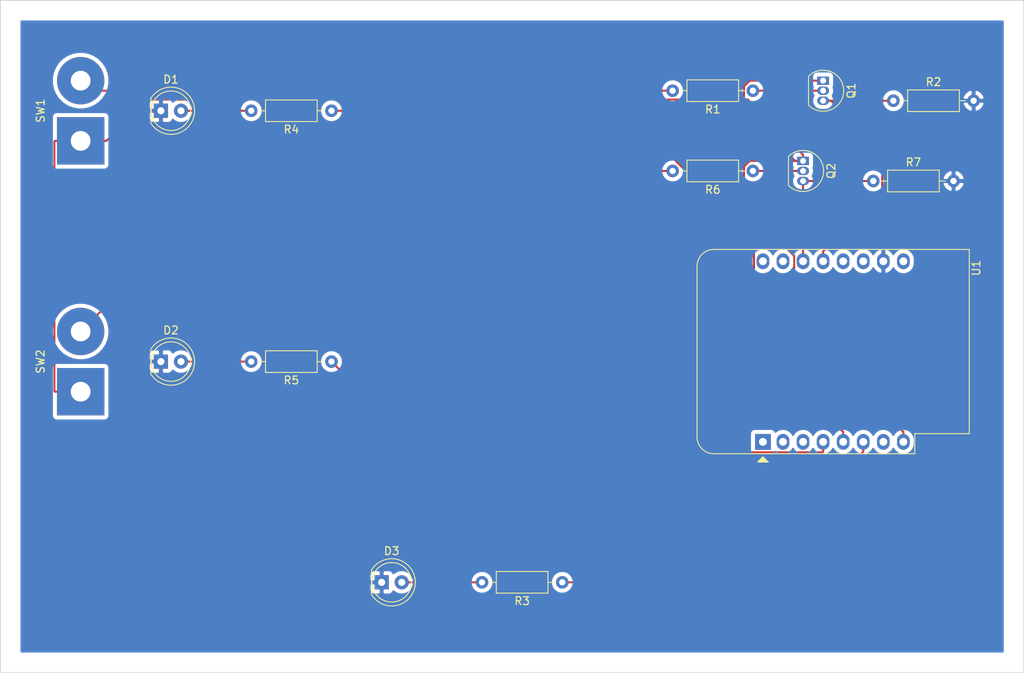
<source format=kicad_pcb>
(kicad_pcb (version 20171130) (host pcbnew "(5.1.5-0-10_14)")

  (general
    (thickness 1.6)
    (drawings 4)
    (tracks 53)
    (zones 0)
    (modules 15)
    (nets 24)
  )

  (page A4)
  (layers
    (0 F.Cu signal)
    (31 B.Cu signal)
    (32 B.Adhes user)
    (33 F.Adhes user)
    (34 B.Paste user)
    (35 F.Paste user)
    (36 B.SilkS user)
    (37 F.SilkS user)
    (38 B.Mask user)
    (39 F.Mask user)
    (40 Dwgs.User user)
    (41 Cmts.User user)
    (42 Eco1.User user)
    (43 Eco2.User user)
    (44 Edge.Cuts user)
    (45 Margin user)
    (46 B.CrtYd user)
    (47 F.CrtYd user)
    (48 B.Fab user)
    (49 F.Fab user)
  )

  (setup
    (last_trace_width 0.25)
    (trace_clearance 0.2)
    (zone_clearance 0.508)
    (zone_45_only no)
    (trace_min 0.2)
    (via_size 0.8)
    (via_drill 0.4)
    (via_min_size 0.4)
    (via_min_drill 0.3)
    (uvia_size 0.3)
    (uvia_drill 0.1)
    (uvias_allowed no)
    (uvia_min_size 0.2)
    (uvia_min_drill 0.1)
    (edge_width 0.05)
    (segment_width 0.2)
    (pcb_text_width 0.3)
    (pcb_text_size 1.5 1.5)
    (mod_edge_width 0.12)
    (mod_text_size 1 1)
    (mod_text_width 0.15)
    (pad_size 1.524 1.524)
    (pad_drill 0.762)
    (pad_to_mask_clearance 0.051)
    (solder_mask_min_width 0.25)
    (aux_axis_origin 0 0)
    (visible_elements FFFFFF7F)
    (pcbplotparams
      (layerselection 0x010fc_ffffffff)
      (usegerberextensions false)
      (usegerberattributes false)
      (usegerberadvancedattributes false)
      (creategerberjobfile false)
      (excludeedgelayer true)
      (linewidth 0.100000)
      (plotframeref false)
      (viasonmask false)
      (mode 1)
      (useauxorigin false)
      (hpglpennumber 1)
      (hpglpenspeed 20)
      (hpglpendiameter 15.000000)
      (psnegative false)
      (psa4output false)
      (plotreference true)
      (plotvalue true)
      (plotinvisibletext false)
      (padsonsilk false)
      (subtractmaskfromsilk false)
      (outputformat 1)
      (mirror false)
      (drillshape 1)
      (scaleselection 1)
      (outputdirectory ""))
  )

  (net 0 "")
  (net 1 "Net-(D1-Pad2)")
  (net 2 GND)
  (net 3 "Net-(D2-Pad2)")
  (net 4 "Net-(D3-Pad2)")
  (net 5 "Net-(Q1-Pad1)")
  (net 6 "Net-(Q1-Pad3)")
  (net 7 "Net-(Q1-Pad2)")
  (net 8 "Net-(Q2-Pad3)")
  (net 9 "Net-(Q2-Pad2)")
  (net 10 "Net-(R1-Pad2)")
  (net 11 "Net-(R4-Pad1)")
  (net 12 "Net-(R5-Pad1)")
  (net 13 "Net-(R6-Pad2)")
  (net 14 "Net-(U1-Pad16)")
  (net 15 "Net-(U1-Pad15)")
  (net 16 "Net-(U1-Pad12)")
  (net 17 "Net-(U1-Pad11)")
  (net 18 "Net-(U1-Pad9)")
  (net 19 "Net-(U1-Pad7)")
  (net 20 "Net-(U1-Pad3)")
  (net 21 "Net-(U1-Pad1)")
  (net 22 "Net-(U1-Pad2)")
  (net 23 "Net-(R3-Pad1)")

  (net_class Default "This is the default net class."
    (clearance 0.2)
    (trace_width 0.25)
    (via_dia 0.8)
    (via_drill 0.4)
    (uvia_dia 0.3)
    (uvia_drill 0.1)
    (add_net GND)
    (add_net "Net-(D1-Pad2)")
    (add_net "Net-(D2-Pad2)")
    (add_net "Net-(D3-Pad2)")
    (add_net "Net-(Q1-Pad1)")
    (add_net "Net-(Q1-Pad2)")
    (add_net "Net-(Q1-Pad3)")
    (add_net "Net-(Q2-Pad2)")
    (add_net "Net-(Q2-Pad3)")
    (add_net "Net-(R1-Pad2)")
    (add_net "Net-(R3-Pad1)")
    (add_net "Net-(R4-Pad1)")
    (add_net "Net-(R5-Pad1)")
    (add_net "Net-(R6-Pad2)")
    (add_net "Net-(U1-Pad1)")
    (add_net "Net-(U1-Pad11)")
    (add_net "Net-(U1-Pad12)")
    (add_net "Net-(U1-Pad15)")
    (add_net "Net-(U1-Pad16)")
    (add_net "Net-(U1-Pad2)")
    (add_net "Net-(U1-Pad3)")
    (add_net "Net-(U1-Pad7)")
    (add_net "Net-(U1-Pad9)")
  )

  (module Module:WEMOS_D1_mini_light (layer F.Cu) (tedit 5BBFB1CE) (tstamp 5E4F5589)
    (at 179.07 107.95 90)
    (descr "16-pin module, column spacing 22.86 mm (900 mils), https://wiki.wemos.cc/products:d1:d1_mini, https://c1.staticflickr.com/1/734/31400410271_f278b087db_z.jpg")
    (tags "ESP8266 WiFi microcontroller")
    (path /5E4EF27A)
    (fp_text reference U1 (at 22 27 90) (layer F.SilkS)
      (effects (font (size 1 1) (thickness 0.15)))
    )
    (fp_text value WeMos_D1_mini (at 11.7 0 90) (layer F.Fab)
      (effects (font (size 1 1) (thickness 0.15)))
    )
    (fp_text user "No copper" (at 11.43 -3.81 90) (layer Cmts.User)
      (effects (font (size 1 1) (thickness 0.15)))
    )
    (fp_text user "KEEP OUT" (at 11.43 -6.35 90) (layer Cmts.User)
      (effects (font (size 1 1) (thickness 0.15)))
    )
    (fp_arc (start 22.23 -6.21) (end 24.36 -6.21) (angle -90) (layer F.SilkS) (width 0.12))
    (fp_arc (start 0.63 -6.21) (end 0.63 -8.34) (angle -90) (layer F.SilkS) (width 0.12))
    (fp_line (start 1.04 19.22) (end 1.04 26.12) (layer F.SilkS) (width 0.12))
    (fp_line (start -1.5 19.22) (end 1.04 19.22) (layer F.SilkS) (width 0.12))
    (fp_arc (start 22.23 -6.21) (end 24.23 -6.19) (angle -90) (layer F.Fab) (width 0.1))
    (fp_arc (start 0.63 -6.21) (end 0.63 -8.21) (angle -90) (layer F.Fab) (width 0.1))
    (fp_line (start -0.37 0) (end -1.37 -1) (layer F.Fab) (width 0.1))
    (fp_line (start -1.37 1) (end -0.37 0) (layer F.Fab) (width 0.1))
    (fp_line (start -1.37 -6.21) (end -1.37 -1) (layer F.Fab) (width 0.1))
    (fp_line (start 1.17 19.09) (end 1.17 25.99) (layer F.Fab) (width 0.1))
    (fp_line (start -1.37 19.09) (end 1.17 19.09) (layer F.Fab) (width 0.1))
    (fp_line (start -1.35 -7.4) (end -0.55 -8.2) (layer Dwgs.User) (width 0.1))
    (fp_line (start -1.3 -5.45) (end 1.45 -8.2) (layer Dwgs.User) (width 0.1))
    (fp_line (start -1.35 -3.4) (end 3.45 -8.2) (layer Dwgs.User) (width 0.1))
    (fp_line (start 22.65 -1.4) (end 24.25 -3) (layer Dwgs.User) (width 0.1))
    (fp_line (start 20.65 -1.4) (end 24.25 -5) (layer Dwgs.User) (width 0.1))
    (fp_line (start 18.65 -1.4) (end 24.25 -7) (layer Dwgs.User) (width 0.1))
    (fp_line (start 16.65 -1.4) (end 23.45 -8.2) (layer Dwgs.User) (width 0.1))
    (fp_line (start 14.65 -1.4) (end 21.45 -8.2) (layer Dwgs.User) (width 0.1))
    (fp_line (start 12.65 -1.4) (end 19.45 -8.2) (layer Dwgs.User) (width 0.1))
    (fp_line (start 10.65 -1.4) (end 17.45 -8.2) (layer Dwgs.User) (width 0.1))
    (fp_line (start 8.65 -1.4) (end 15.45 -8.2) (layer Dwgs.User) (width 0.1))
    (fp_line (start 6.65 -1.4) (end 13.45 -8.2) (layer Dwgs.User) (width 0.1))
    (fp_line (start 4.65 -1.4) (end 11.45 -8.2) (layer Dwgs.User) (width 0.1))
    (fp_line (start 2.65 -1.4) (end 9.45 -8.2) (layer Dwgs.User) (width 0.1))
    (fp_line (start 0.65 -1.4) (end 7.45 -8.2) (layer Dwgs.User) (width 0.1))
    (fp_line (start -1.35 -1.4) (end 5.45 -8.2) (layer Dwgs.User) (width 0.1))
    (fp_line (start -1.35 -8.2) (end -1.35 -1.4) (layer Dwgs.User) (width 0.1))
    (fp_line (start 24.25 -8.2) (end -1.35 -8.2) (layer Dwgs.User) (width 0.1))
    (fp_line (start 24.25 -1.4) (end 24.25 -8.2) (layer Dwgs.User) (width 0.1))
    (fp_line (start -1.35 -1.4) (end 24.25 -1.4) (layer Dwgs.User) (width 0.1))
    (fp_poly (pts (xy -2.54 -0.635) (xy -2.54 0.635) (xy -1.905 0)) (layer F.SilkS) (width 0.15))
    (fp_line (start -1.62 26.24) (end -1.62 -8.46) (layer F.CrtYd) (width 0.05))
    (fp_line (start 24.48 26.24) (end -1.62 26.24) (layer F.CrtYd) (width 0.05))
    (fp_line (start 24.48 -8.41) (end 24.48 26.24) (layer F.CrtYd) (width 0.05))
    (fp_line (start -1.62 -8.46) (end 24.48 -8.46) (layer F.CrtYd) (width 0.05))
    (fp_text user %R (at 11.43 10 90) (layer F.Fab)
      (effects (font (size 1 1) (thickness 0.15)))
    )
    (fp_line (start -1.37 1) (end -1.37 19.09) (layer F.Fab) (width 0.1))
    (fp_line (start 22.23 -8.21) (end 0.63 -8.21) (layer F.Fab) (width 0.1))
    (fp_line (start 24.23 25.99) (end 24.23 -6.21) (layer F.Fab) (width 0.1))
    (fp_line (start 1.17 25.99) (end 24.23 25.99) (layer F.Fab) (width 0.1))
    (fp_line (start 22.24 -8.34) (end 0.63 -8.34) (layer F.SilkS) (width 0.12))
    (fp_line (start 24.36 26.12) (end 24.36 -6.21) (layer F.SilkS) (width 0.12))
    (fp_line (start -1.5 19.22) (end -1.5 -6.21) (layer F.SilkS) (width 0.12))
    (fp_line (start 1.04 26.12) (end 24.36 26.12) (layer F.SilkS) (width 0.12))
    (pad 16 thru_hole oval (at 22.86 0 90) (size 2 1.6) (drill 1) (layers *.Cu *.Mask)
      (net 14 "Net-(U1-Pad16)"))
    (pad 15 thru_hole oval (at 22.86 2.54 90) (size 2 1.6) (drill 1) (layers *.Cu *.Mask)
      (net 15 "Net-(U1-Pad15)"))
    (pad 14 thru_hole oval (at 22.86 5.08 90) (size 2 1.6) (drill 1) (layers *.Cu *.Mask)
      (net 8 "Net-(Q2-Pad3)"))
    (pad 13 thru_hole oval (at 22.86 7.62 90) (size 2 1.6) (drill 1) (layers *.Cu *.Mask)
      (net 6 "Net-(Q1-Pad3)"))
    (pad 12 thru_hole oval (at 22.86 10.16 90) (size 2 1.6) (drill 1) (layers *.Cu *.Mask)
      (net 16 "Net-(U1-Pad12)"))
    (pad 11 thru_hole oval (at 22.86 12.7 90) (size 2 1.6) (drill 1) (layers *.Cu *.Mask)
      (net 17 "Net-(U1-Pad11)"))
    (pad 10 thru_hole oval (at 22.86 15.24 90) (size 2 1.6) (drill 1) (layers *.Cu *.Mask)
      (net 2 GND))
    (pad 9 thru_hole oval (at 22.86 17.78 90) (size 2 1.6) (drill 1) (layers *.Cu *.Mask)
      (net 18 "Net-(U1-Pad9)"))
    (pad 8 thru_hole oval (at 0 17.78 90) (size 2 1.6) (drill 1) (layers *.Cu *.Mask)
      (net 5 "Net-(Q1-Pad1)"))
    (pad 7 thru_hole oval (at 0 15.24 90) (size 2 1.6) (drill 1) (layers *.Cu *.Mask)
      (net 19 "Net-(U1-Pad7)"))
    (pad 6 thru_hole oval (at 0 12.7 90) (size 2 1.6) (drill 1) (layers *.Cu *.Mask)
      (net 23 "Net-(R3-Pad1)"))
    (pad 5 thru_hole oval (at 0 10.16 90) (size 2 1.6) (drill 1) (layers *.Cu *.Mask)
      (net 11 "Net-(R4-Pad1)"))
    (pad 4 thru_hole oval (at 0 7.62 90) (size 2 1.6) (drill 1) (layers *.Cu *.Mask)
      (net 12 "Net-(R5-Pad1)"))
    (pad 3 thru_hole oval (at 0 5.08 90) (size 2 1.6) (drill 1) (layers *.Cu *.Mask)
      (net 20 "Net-(U1-Pad3)"))
    (pad 1 thru_hole rect (at 0 0 90) (size 2 2) (drill 1) (layers *.Cu *.Mask)
      (net 21 "Net-(U1-Pad1)"))
    (pad 2 thru_hole oval (at 0 2.54 90) (size 2 1.6) (drill 1) (layers *.Cu *.Mask)
      (net 22 "Net-(U1-Pad2)"))
    (model ${KISYS3DMOD}/Module.3dshapes/WEMOS_D1_mini_light.wrl
      (at (xyz 0 0 0))
      (scale (xyz 1 1 1))
      (rotate (xyz 0 0 0))
    )
    (model ${KISYS3DMOD}/Connector_PinHeader_2.54mm.3dshapes/PinHeader_1x08_P2.54mm_Vertical.wrl
      (offset (xyz 0 0 9.5))
      (scale (xyz 1 1 1))
      (rotate (xyz 0 -180 0))
    )
    (model ${KISYS3DMOD}/Connector_PinHeader_2.54mm.3dshapes/PinHeader_1x08_P2.54mm_Vertical.wrl
      (offset (xyz 22.86 0 9.5))
      (scale (xyz 1 1 1))
      (rotate (xyz 0 -180 0))
    )
    (model ${KISYS3DMOD}/Connector_PinSocket_2.54mm.3dshapes/PinSocket_1x08_P2.54mm_Vertical.wrl
      (at (xyz 0 0 0))
      (scale (xyz 1 1 1))
      (rotate (xyz 0 0 0))
    )
    (model ${KISYS3DMOD}/Connector_PinSocket_2.54mm.3dshapes/PinSocket_1x08_P2.54mm_Vertical.wrl
      (offset (xyz 22.86 0 0))
      (scale (xyz 1 1 1))
      (rotate (xyz 0 0 0))
    )
  )

  (module Connector_Wire:SolderWirePad_1x02_P7.62mm_Drill2.5mm (layer F.Cu) (tedit 5AEE5F2F) (tstamp 5E4F5DA0)
    (at 92.71 101.6 90)
    (descr "Wire solder connection")
    (tags connector)
    (path /5E4FC9EF)
    (attr virtual)
    (fp_text reference SW2 (at 3.81 -5.08 90) (layer F.SilkS)
      (effects (font (size 1 1) (thickness 0.15)))
    )
    (fp_text value SW_Push (at 3.81 4.445 90) (layer F.Fab)
      (effects (font (size 1 1) (thickness 0.15)))
    )
    (fp_line (start 11.12 3.5) (end -3.5 3.5) (layer F.CrtYd) (width 0.05))
    (fp_line (start 11.12 3.5) (end 11.12 -3.5) (layer F.CrtYd) (width 0.05))
    (fp_line (start -3.5 -3.5) (end -3.5 3.5) (layer F.CrtYd) (width 0.05))
    (fp_line (start -3.5 -3.5) (end 11.12 -3.5) (layer F.CrtYd) (width 0.05))
    (fp_text user %R (at 3.81 0 90) (layer F.Fab)
      (effects (font (size 1 1) (thickness 0.15)))
    )
    (pad 2 thru_hole circle (at 7.62 0 90) (size 5.99948 5.99948) (drill 2.49936) (layers *.Cu *.Mask)
      (net 13 "Net-(R6-Pad2)"))
    (pad 1 thru_hole rect (at 0 0 90) (size 5.99948 5.99948) (drill 2.49936) (layers *.Cu *.Mask)
      (net 5 "Net-(Q1-Pad1)"))
  )

  (module Connector_Wire:SolderWirePad_1x02_P7.62mm_Drill2.5mm (layer F.Cu) (tedit 5AEE5F2F) (tstamp 5E4F781F)
    (at 92.71 69.85 90)
    (descr "Wire solder connection")
    (tags connector)
    (path /5E4FD71E)
    (attr virtual)
    (fp_text reference SW1 (at 3.81 -5.08 90) (layer F.SilkS)
      (effects (font (size 1 1) (thickness 0.15)))
    )
    (fp_text value SW_Push (at 3.81 4.445 90) (layer F.Fab)
      (effects (font (size 1 1) (thickness 0.15)))
    )
    (fp_line (start 11.12 3.5) (end -3.5 3.5) (layer F.CrtYd) (width 0.05))
    (fp_line (start 11.12 3.5) (end 11.12 -3.5) (layer F.CrtYd) (width 0.05))
    (fp_line (start -3.5 -3.5) (end -3.5 3.5) (layer F.CrtYd) (width 0.05))
    (fp_line (start -3.5 -3.5) (end 11.12 -3.5) (layer F.CrtYd) (width 0.05))
    (fp_text user %R (at 3.81 0 90) (layer F.Fab)
      (effects (font (size 1 1) (thickness 0.15)))
    )
    (pad 2 thru_hole circle (at 7.62 0 90) (size 5.99948 5.99948) (drill 2.49936) (layers *.Cu *.Mask)
      (net 10 "Net-(R1-Pad2)"))
    (pad 1 thru_hole rect (at 0 0 90) (size 5.99948 5.99948) (drill 2.49936) (layers *.Cu *.Mask)
      (net 5 "Net-(Q1-Pad1)"))
  )

  (module Resistor_THT:R_Axial_DIN0207_L6.3mm_D2.5mm_P10.16mm_Horizontal (layer F.Cu) (tedit 5AE5139B) (tstamp 5E4F5530)
    (at 193.04 74.93)
    (descr "Resistor, Axial_DIN0207 series, Axial, Horizontal, pin pitch=10.16mm, 0.25W = 1/4W, length*diameter=6.3*2.5mm^2, http://cdn-reichelt.de/documents/datenblatt/B400/1_4W%23YAG.pdf")
    (tags "Resistor Axial_DIN0207 series Axial Horizontal pin pitch 10.16mm 0.25W = 1/4W length 6.3mm diameter 2.5mm")
    (path /5E4F0641)
    (fp_text reference R7 (at 5.08 -2.37) (layer F.SilkS)
      (effects (font (size 1 1) (thickness 0.15)))
    )
    (fp_text value R (at 5.08 2.37) (layer F.Fab)
      (effects (font (size 1 1) (thickness 0.15)))
    )
    (fp_text user %R (at 5.08 0) (layer F.Fab)
      (effects (font (size 1 1) (thickness 0.15)))
    )
    (fp_line (start 11.21 -1.5) (end -1.05 -1.5) (layer F.CrtYd) (width 0.05))
    (fp_line (start 11.21 1.5) (end 11.21 -1.5) (layer F.CrtYd) (width 0.05))
    (fp_line (start -1.05 1.5) (end 11.21 1.5) (layer F.CrtYd) (width 0.05))
    (fp_line (start -1.05 -1.5) (end -1.05 1.5) (layer F.CrtYd) (width 0.05))
    (fp_line (start 9.12 0) (end 8.35 0) (layer F.SilkS) (width 0.12))
    (fp_line (start 1.04 0) (end 1.81 0) (layer F.SilkS) (width 0.12))
    (fp_line (start 8.35 -1.37) (end 1.81 -1.37) (layer F.SilkS) (width 0.12))
    (fp_line (start 8.35 1.37) (end 8.35 -1.37) (layer F.SilkS) (width 0.12))
    (fp_line (start 1.81 1.37) (end 8.35 1.37) (layer F.SilkS) (width 0.12))
    (fp_line (start 1.81 -1.37) (end 1.81 1.37) (layer F.SilkS) (width 0.12))
    (fp_line (start 10.16 0) (end 8.23 0) (layer F.Fab) (width 0.1))
    (fp_line (start 0 0) (end 1.93 0) (layer F.Fab) (width 0.1))
    (fp_line (start 8.23 -1.25) (end 1.93 -1.25) (layer F.Fab) (width 0.1))
    (fp_line (start 8.23 1.25) (end 8.23 -1.25) (layer F.Fab) (width 0.1))
    (fp_line (start 1.93 1.25) (end 8.23 1.25) (layer F.Fab) (width 0.1))
    (fp_line (start 1.93 -1.25) (end 1.93 1.25) (layer F.Fab) (width 0.1))
    (pad 2 thru_hole oval (at 10.16 0) (size 1.6 1.6) (drill 0.8) (layers *.Cu *.Mask)
      (net 2 GND))
    (pad 1 thru_hole circle (at 0 0) (size 1.6 1.6) (drill 0.8) (layers *.Cu *.Mask)
      (net 8 "Net-(Q2-Pad3)"))
    (model ${KISYS3DMOD}/Resistor_THT.3dshapes/R_Axial_DIN0207_L6.3mm_D2.5mm_P10.16mm_Horizontal.wrl
      (at (xyz 0 0 0))
      (scale (xyz 1 1 1))
      (rotate (xyz 0 0 0))
    )
  )

  (module Resistor_THT:R_Axial_DIN0207_L6.3mm_D2.5mm_P10.16mm_Horizontal (layer F.Cu) (tedit 5AE5139B) (tstamp 5E4F5E0C)
    (at 177.8 73.66 180)
    (descr "Resistor, Axial_DIN0207 series, Axial, Horizontal, pin pitch=10.16mm, 0.25W = 1/4W, length*diameter=6.3*2.5mm^2, http://cdn-reichelt.de/documents/datenblatt/B400/1_4W%23YAG.pdf")
    (tags "Resistor Axial_DIN0207 series Axial Horizontal pin pitch 10.16mm 0.25W = 1/4W length 6.3mm diameter 2.5mm")
    (path /5E5248D8)
    (fp_text reference R6 (at 5.08 -2.37) (layer F.SilkS)
      (effects (font (size 1 1) (thickness 0.15)))
    )
    (fp_text value 1MΩ (at 5.08 2.37) (layer F.Fab)
      (effects (font (size 1 1) (thickness 0.15)))
    )
    (fp_text user %R (at 5.08 0) (layer F.Fab)
      (effects (font (size 1 1) (thickness 0.15)))
    )
    (fp_line (start 11.21 -1.5) (end -1.05 -1.5) (layer F.CrtYd) (width 0.05))
    (fp_line (start 11.21 1.5) (end 11.21 -1.5) (layer F.CrtYd) (width 0.05))
    (fp_line (start -1.05 1.5) (end 11.21 1.5) (layer F.CrtYd) (width 0.05))
    (fp_line (start -1.05 -1.5) (end -1.05 1.5) (layer F.CrtYd) (width 0.05))
    (fp_line (start 9.12 0) (end 8.35 0) (layer F.SilkS) (width 0.12))
    (fp_line (start 1.04 0) (end 1.81 0) (layer F.SilkS) (width 0.12))
    (fp_line (start 8.35 -1.37) (end 1.81 -1.37) (layer F.SilkS) (width 0.12))
    (fp_line (start 8.35 1.37) (end 8.35 -1.37) (layer F.SilkS) (width 0.12))
    (fp_line (start 1.81 1.37) (end 8.35 1.37) (layer F.SilkS) (width 0.12))
    (fp_line (start 1.81 -1.37) (end 1.81 1.37) (layer F.SilkS) (width 0.12))
    (fp_line (start 10.16 0) (end 8.23 0) (layer F.Fab) (width 0.1))
    (fp_line (start 0 0) (end 1.93 0) (layer F.Fab) (width 0.1))
    (fp_line (start 8.23 -1.25) (end 1.93 -1.25) (layer F.Fab) (width 0.1))
    (fp_line (start 8.23 1.25) (end 8.23 -1.25) (layer F.Fab) (width 0.1))
    (fp_line (start 1.93 1.25) (end 8.23 1.25) (layer F.Fab) (width 0.1))
    (fp_line (start 1.93 -1.25) (end 1.93 1.25) (layer F.Fab) (width 0.1))
    (pad 2 thru_hole oval (at 10.16 0 180) (size 1.6 1.6) (drill 0.8) (layers *.Cu *.Mask)
      (net 13 "Net-(R6-Pad2)"))
    (pad 1 thru_hole circle (at 0 0 180) (size 1.6 1.6) (drill 0.8) (layers *.Cu *.Mask)
      (net 9 "Net-(Q2-Pad2)"))
    (model ${KISYS3DMOD}/Resistor_THT.3dshapes/R_Axial_DIN0207_L6.3mm_D2.5mm_P10.16mm_Horizontal.wrl
      (at (xyz 0 0 0))
      (scale (xyz 1 1 1))
      (rotate (xyz 0 0 0))
    )
  )

  (module Resistor_THT:R_Axial_DIN0207_L6.3mm_D2.5mm_P10.16mm_Horizontal (layer F.Cu) (tedit 5AE5139B) (tstamp 5E4F5502)
    (at 124.46 97.79 180)
    (descr "Resistor, Axial_DIN0207 series, Axial, Horizontal, pin pitch=10.16mm, 0.25W = 1/4W, length*diameter=6.3*2.5mm^2, http://cdn-reichelt.de/documents/datenblatt/B400/1_4W%23YAG.pdf")
    (tags "Resistor Axial_DIN0207 series Axial Horizontal pin pitch 10.16mm 0.25W = 1/4W length 6.3mm diameter 2.5mm")
    (path /5E4F6A1F)
    (fp_text reference R5 (at 5.08 -2.37) (layer F.SilkS)
      (effects (font (size 1 1) (thickness 0.15)))
    )
    (fp_text value R (at 5.08 2.37) (layer F.Fab)
      (effects (font (size 1 1) (thickness 0.15)))
    )
    (fp_text user %R (at 5.08 0) (layer F.Fab)
      (effects (font (size 1 1) (thickness 0.15)))
    )
    (fp_line (start 11.21 -1.5) (end -1.05 -1.5) (layer F.CrtYd) (width 0.05))
    (fp_line (start 11.21 1.5) (end 11.21 -1.5) (layer F.CrtYd) (width 0.05))
    (fp_line (start -1.05 1.5) (end 11.21 1.5) (layer F.CrtYd) (width 0.05))
    (fp_line (start -1.05 -1.5) (end -1.05 1.5) (layer F.CrtYd) (width 0.05))
    (fp_line (start 9.12 0) (end 8.35 0) (layer F.SilkS) (width 0.12))
    (fp_line (start 1.04 0) (end 1.81 0) (layer F.SilkS) (width 0.12))
    (fp_line (start 8.35 -1.37) (end 1.81 -1.37) (layer F.SilkS) (width 0.12))
    (fp_line (start 8.35 1.37) (end 8.35 -1.37) (layer F.SilkS) (width 0.12))
    (fp_line (start 1.81 1.37) (end 8.35 1.37) (layer F.SilkS) (width 0.12))
    (fp_line (start 1.81 -1.37) (end 1.81 1.37) (layer F.SilkS) (width 0.12))
    (fp_line (start 10.16 0) (end 8.23 0) (layer F.Fab) (width 0.1))
    (fp_line (start 0 0) (end 1.93 0) (layer F.Fab) (width 0.1))
    (fp_line (start 8.23 -1.25) (end 1.93 -1.25) (layer F.Fab) (width 0.1))
    (fp_line (start 8.23 1.25) (end 8.23 -1.25) (layer F.Fab) (width 0.1))
    (fp_line (start 1.93 1.25) (end 8.23 1.25) (layer F.Fab) (width 0.1))
    (fp_line (start 1.93 -1.25) (end 1.93 1.25) (layer F.Fab) (width 0.1))
    (pad 2 thru_hole oval (at 10.16 0 180) (size 1.6 1.6) (drill 0.8) (layers *.Cu *.Mask)
      (net 3 "Net-(D2-Pad2)"))
    (pad 1 thru_hole circle (at 0 0 180) (size 1.6 1.6) (drill 0.8) (layers *.Cu *.Mask)
      (net 12 "Net-(R5-Pad1)"))
    (model ${KISYS3DMOD}/Resistor_THT.3dshapes/R_Axial_DIN0207_L6.3mm_D2.5mm_P10.16mm_Horizontal.wrl
      (at (xyz 0 0 0))
      (scale (xyz 1 1 1))
      (rotate (xyz 0 0 0))
    )
  )

  (module Resistor_THT:R_Axial_DIN0207_L6.3mm_D2.5mm_P10.16mm_Horizontal (layer F.Cu) (tedit 5AE5139B) (tstamp 5E4F7849)
    (at 124.46 66.04 180)
    (descr "Resistor, Axial_DIN0207 series, Axial, Horizontal, pin pitch=10.16mm, 0.25W = 1/4W, length*diameter=6.3*2.5mm^2, http://cdn-reichelt.de/documents/datenblatt/B400/1_4W%23YAG.pdf")
    (tags "Resistor Axial_DIN0207 series Axial Horizontal pin pitch 10.16mm 0.25W = 1/4W length 6.3mm diameter 2.5mm")
    (path /5E4F60FE)
    (fp_text reference R4 (at 5.08 -2.37) (layer F.SilkS)
      (effects (font (size 1 1) (thickness 0.15)))
    )
    (fp_text value R (at 5.08 2.37) (layer F.Fab)
      (effects (font (size 1 1) (thickness 0.15)))
    )
    (fp_text user %R (at 5.08 0) (layer F.Fab)
      (effects (font (size 1 1) (thickness 0.15)))
    )
    (fp_line (start 11.21 -1.5) (end -1.05 -1.5) (layer F.CrtYd) (width 0.05))
    (fp_line (start 11.21 1.5) (end 11.21 -1.5) (layer F.CrtYd) (width 0.05))
    (fp_line (start -1.05 1.5) (end 11.21 1.5) (layer F.CrtYd) (width 0.05))
    (fp_line (start -1.05 -1.5) (end -1.05 1.5) (layer F.CrtYd) (width 0.05))
    (fp_line (start 9.12 0) (end 8.35 0) (layer F.SilkS) (width 0.12))
    (fp_line (start 1.04 0) (end 1.81 0) (layer F.SilkS) (width 0.12))
    (fp_line (start 8.35 -1.37) (end 1.81 -1.37) (layer F.SilkS) (width 0.12))
    (fp_line (start 8.35 1.37) (end 8.35 -1.37) (layer F.SilkS) (width 0.12))
    (fp_line (start 1.81 1.37) (end 8.35 1.37) (layer F.SilkS) (width 0.12))
    (fp_line (start 1.81 -1.37) (end 1.81 1.37) (layer F.SilkS) (width 0.12))
    (fp_line (start 10.16 0) (end 8.23 0) (layer F.Fab) (width 0.1))
    (fp_line (start 0 0) (end 1.93 0) (layer F.Fab) (width 0.1))
    (fp_line (start 8.23 -1.25) (end 1.93 -1.25) (layer F.Fab) (width 0.1))
    (fp_line (start 8.23 1.25) (end 8.23 -1.25) (layer F.Fab) (width 0.1))
    (fp_line (start 1.93 1.25) (end 8.23 1.25) (layer F.Fab) (width 0.1))
    (fp_line (start 1.93 -1.25) (end 1.93 1.25) (layer F.Fab) (width 0.1))
    (pad 2 thru_hole oval (at 10.16 0 180) (size 1.6 1.6) (drill 0.8) (layers *.Cu *.Mask)
      (net 1 "Net-(D1-Pad2)"))
    (pad 1 thru_hole circle (at 0 0 180) (size 1.6 1.6) (drill 0.8) (layers *.Cu *.Mask)
      (net 11 "Net-(R4-Pad1)"))
    (model ${KISYS3DMOD}/Resistor_THT.3dshapes/R_Axial_DIN0207_L6.3mm_D2.5mm_P10.16mm_Horizontal.wrl
      (at (xyz 0 0 0))
      (scale (xyz 1 1 1))
      (rotate (xyz 0 0 0))
    )
  )

  (module Resistor_THT:R_Axial_DIN0207_L6.3mm_D2.5mm_P10.16mm_Horizontal (layer F.Cu) (tedit 5AE5139B) (tstamp 5E4F54D4)
    (at 153.67 125.73 180)
    (descr "Resistor, Axial_DIN0207 series, Axial, Horizontal, pin pitch=10.16mm, 0.25W = 1/4W, length*diameter=6.3*2.5mm^2, http://cdn-reichelt.de/documents/datenblatt/B400/1_4W%23YAG.pdf")
    (tags "Resistor Axial_DIN0207 series Axial Horizontal pin pitch 10.16mm 0.25W = 1/4W length 6.3mm diameter 2.5mm")
    (path /5E510EAD)
    (fp_text reference R3 (at 5.08 -2.37) (layer F.SilkS)
      (effects (font (size 1 1) (thickness 0.15)))
    )
    (fp_text value R (at 5.08 2.37) (layer F.Fab)
      (effects (font (size 1 1) (thickness 0.15)))
    )
    (fp_text user %R (at 5.08 0) (layer F.Fab)
      (effects (font (size 1 1) (thickness 0.15)))
    )
    (fp_line (start 11.21 -1.5) (end -1.05 -1.5) (layer F.CrtYd) (width 0.05))
    (fp_line (start 11.21 1.5) (end 11.21 -1.5) (layer F.CrtYd) (width 0.05))
    (fp_line (start -1.05 1.5) (end 11.21 1.5) (layer F.CrtYd) (width 0.05))
    (fp_line (start -1.05 -1.5) (end -1.05 1.5) (layer F.CrtYd) (width 0.05))
    (fp_line (start 9.12 0) (end 8.35 0) (layer F.SilkS) (width 0.12))
    (fp_line (start 1.04 0) (end 1.81 0) (layer F.SilkS) (width 0.12))
    (fp_line (start 8.35 -1.37) (end 1.81 -1.37) (layer F.SilkS) (width 0.12))
    (fp_line (start 8.35 1.37) (end 8.35 -1.37) (layer F.SilkS) (width 0.12))
    (fp_line (start 1.81 1.37) (end 8.35 1.37) (layer F.SilkS) (width 0.12))
    (fp_line (start 1.81 -1.37) (end 1.81 1.37) (layer F.SilkS) (width 0.12))
    (fp_line (start 10.16 0) (end 8.23 0) (layer F.Fab) (width 0.1))
    (fp_line (start 0 0) (end 1.93 0) (layer F.Fab) (width 0.1))
    (fp_line (start 8.23 -1.25) (end 1.93 -1.25) (layer F.Fab) (width 0.1))
    (fp_line (start 8.23 1.25) (end 8.23 -1.25) (layer F.Fab) (width 0.1))
    (fp_line (start 1.93 1.25) (end 8.23 1.25) (layer F.Fab) (width 0.1))
    (fp_line (start 1.93 -1.25) (end 1.93 1.25) (layer F.Fab) (width 0.1))
    (pad 2 thru_hole oval (at 10.16 0 180) (size 1.6 1.6) (drill 0.8) (layers *.Cu *.Mask)
      (net 4 "Net-(D3-Pad2)"))
    (pad 1 thru_hole circle (at 0 0 180) (size 1.6 1.6) (drill 0.8) (layers *.Cu *.Mask)
      (net 23 "Net-(R3-Pad1)"))
    (model ${KISYS3DMOD}/Resistor_THT.3dshapes/R_Axial_DIN0207_L6.3mm_D2.5mm_P10.16mm_Horizontal.wrl
      (at (xyz 0 0 0))
      (scale (xyz 1 1 1))
      (rotate (xyz 0 0 0))
    )
  )

  (module Resistor_THT:R_Axial_DIN0207_L6.3mm_D2.5mm_P10.16mm_Horizontal (layer F.Cu) (tedit 5AE5139B) (tstamp 5E4F54BD)
    (at 195.58 64.77)
    (descr "Resistor, Axial_DIN0207 series, Axial, Horizontal, pin pitch=10.16mm, 0.25W = 1/4W, length*diameter=6.3*2.5mm^2, http://cdn-reichelt.de/documents/datenblatt/B400/1_4W%23YAG.pdf")
    (tags "Resistor Axial_DIN0207 series Axial Horizontal pin pitch 10.16mm 0.25W = 1/4W length 6.3mm diameter 2.5mm")
    (path /5E4F1667)
    (fp_text reference R2 (at 5.08 -2.37) (layer F.SilkS)
      (effects (font (size 1 1) (thickness 0.15)))
    )
    (fp_text value R (at 5.08 2.37) (layer F.Fab)
      (effects (font (size 1 1) (thickness 0.15)))
    )
    (fp_text user %R (at 5.08 0) (layer F.Fab)
      (effects (font (size 1 1) (thickness 0.15)))
    )
    (fp_line (start 11.21 -1.5) (end -1.05 -1.5) (layer F.CrtYd) (width 0.05))
    (fp_line (start 11.21 1.5) (end 11.21 -1.5) (layer F.CrtYd) (width 0.05))
    (fp_line (start -1.05 1.5) (end 11.21 1.5) (layer F.CrtYd) (width 0.05))
    (fp_line (start -1.05 -1.5) (end -1.05 1.5) (layer F.CrtYd) (width 0.05))
    (fp_line (start 9.12 0) (end 8.35 0) (layer F.SilkS) (width 0.12))
    (fp_line (start 1.04 0) (end 1.81 0) (layer F.SilkS) (width 0.12))
    (fp_line (start 8.35 -1.37) (end 1.81 -1.37) (layer F.SilkS) (width 0.12))
    (fp_line (start 8.35 1.37) (end 8.35 -1.37) (layer F.SilkS) (width 0.12))
    (fp_line (start 1.81 1.37) (end 8.35 1.37) (layer F.SilkS) (width 0.12))
    (fp_line (start 1.81 -1.37) (end 1.81 1.37) (layer F.SilkS) (width 0.12))
    (fp_line (start 10.16 0) (end 8.23 0) (layer F.Fab) (width 0.1))
    (fp_line (start 0 0) (end 1.93 0) (layer F.Fab) (width 0.1))
    (fp_line (start 8.23 -1.25) (end 1.93 -1.25) (layer F.Fab) (width 0.1))
    (fp_line (start 8.23 1.25) (end 8.23 -1.25) (layer F.Fab) (width 0.1))
    (fp_line (start 1.93 1.25) (end 8.23 1.25) (layer F.Fab) (width 0.1))
    (fp_line (start 1.93 -1.25) (end 1.93 1.25) (layer F.Fab) (width 0.1))
    (pad 2 thru_hole oval (at 10.16 0) (size 1.6 1.6) (drill 0.8) (layers *.Cu *.Mask)
      (net 2 GND))
    (pad 1 thru_hole circle (at 0 0) (size 1.6 1.6) (drill 0.8) (layers *.Cu *.Mask)
      (net 6 "Net-(Q1-Pad3)"))
    (model ${KISYS3DMOD}/Resistor_THT.3dshapes/R_Axial_DIN0207_L6.3mm_D2.5mm_P10.16mm_Horizontal.wrl
      (at (xyz 0 0 0))
      (scale (xyz 1 1 1))
      (rotate (xyz 0 0 0))
    )
  )

  (module Resistor_THT:R_Axial_DIN0207_L6.3mm_D2.5mm_P10.16mm_Horizontal (layer F.Cu) (tedit 5AE5139B) (tstamp 5E4F5D05)
    (at 177.8 63.5 180)
    (descr "Resistor, Axial_DIN0207 series, Axial, Horizontal, pin pitch=10.16mm, 0.25W = 1/4W, length*diameter=6.3*2.5mm^2, http://cdn-reichelt.de/documents/datenblatt/B400/1_4W%23YAG.pdf")
    (tags "Resistor Axial_DIN0207 series Axial Horizontal pin pitch 10.16mm 0.25W = 1/4W length 6.3mm diameter 2.5mm")
    (path /5E53CA8F)
    (fp_text reference R1 (at 5.08 -2.37) (layer F.SilkS)
      (effects (font (size 1 1) (thickness 0.15)))
    )
    (fp_text value 1MΩ (at 5.08 2.37) (layer F.Fab)
      (effects (font (size 1 1) (thickness 0.15)))
    )
    (fp_text user %R (at 5.08 0) (layer F.Fab)
      (effects (font (size 1 1) (thickness 0.15)))
    )
    (fp_line (start 11.21 -1.5) (end -1.05 -1.5) (layer F.CrtYd) (width 0.05))
    (fp_line (start 11.21 1.5) (end 11.21 -1.5) (layer F.CrtYd) (width 0.05))
    (fp_line (start -1.05 1.5) (end 11.21 1.5) (layer F.CrtYd) (width 0.05))
    (fp_line (start -1.05 -1.5) (end -1.05 1.5) (layer F.CrtYd) (width 0.05))
    (fp_line (start 9.12 0) (end 8.35 0) (layer F.SilkS) (width 0.12))
    (fp_line (start 1.04 0) (end 1.81 0) (layer F.SilkS) (width 0.12))
    (fp_line (start 8.35 -1.37) (end 1.81 -1.37) (layer F.SilkS) (width 0.12))
    (fp_line (start 8.35 1.37) (end 8.35 -1.37) (layer F.SilkS) (width 0.12))
    (fp_line (start 1.81 1.37) (end 8.35 1.37) (layer F.SilkS) (width 0.12))
    (fp_line (start 1.81 -1.37) (end 1.81 1.37) (layer F.SilkS) (width 0.12))
    (fp_line (start 10.16 0) (end 8.23 0) (layer F.Fab) (width 0.1))
    (fp_line (start 0 0) (end 1.93 0) (layer F.Fab) (width 0.1))
    (fp_line (start 8.23 -1.25) (end 1.93 -1.25) (layer F.Fab) (width 0.1))
    (fp_line (start 8.23 1.25) (end 8.23 -1.25) (layer F.Fab) (width 0.1))
    (fp_line (start 1.93 1.25) (end 8.23 1.25) (layer F.Fab) (width 0.1))
    (fp_line (start 1.93 -1.25) (end 1.93 1.25) (layer F.Fab) (width 0.1))
    (pad 2 thru_hole oval (at 10.16 0 180) (size 1.6 1.6) (drill 0.8) (layers *.Cu *.Mask)
      (net 10 "Net-(R1-Pad2)"))
    (pad 1 thru_hole circle (at 0 0 180) (size 1.6 1.6) (drill 0.8) (layers *.Cu *.Mask)
      (net 7 "Net-(Q1-Pad2)"))
    (model ${KISYS3DMOD}/Resistor_THT.3dshapes/R_Axial_DIN0207_L6.3mm_D2.5mm_P10.16mm_Horizontal.wrl
      (at (xyz 0 0 0))
      (scale (xyz 1 1 1))
      (rotate (xyz 0 0 0))
    )
  )

  (module Package_TO_SOT_THT:TO-92_Inline (layer F.Cu) (tedit 5A1DD157) (tstamp 5E4F548F)
    (at 184.15 72.39 270)
    (descr "TO-92 leads in-line, narrow, oval pads, drill 0.75mm (see NXP sot054_po.pdf)")
    (tags "to-92 sc-43 sc-43a sot54 PA33 transistor")
    (path /5E4F2631)
    (fp_text reference Q2 (at 1.27 -3.56 90) (layer F.SilkS)
      (effects (font (size 1 1) (thickness 0.15)))
    )
    (fp_text value BC548 (at 1.27 2.79 90) (layer F.Fab)
      (effects (font (size 1 1) (thickness 0.15)))
    )
    (fp_arc (start 1.27 0) (end 1.27 -2.6) (angle 135) (layer F.SilkS) (width 0.12))
    (fp_arc (start 1.27 0) (end 1.27 -2.48) (angle -135) (layer F.Fab) (width 0.1))
    (fp_arc (start 1.27 0) (end 1.27 -2.6) (angle -135) (layer F.SilkS) (width 0.12))
    (fp_arc (start 1.27 0) (end 1.27 -2.48) (angle 135) (layer F.Fab) (width 0.1))
    (fp_line (start 4 2.01) (end -1.46 2.01) (layer F.CrtYd) (width 0.05))
    (fp_line (start 4 2.01) (end 4 -2.73) (layer F.CrtYd) (width 0.05))
    (fp_line (start -1.46 -2.73) (end -1.46 2.01) (layer F.CrtYd) (width 0.05))
    (fp_line (start -1.46 -2.73) (end 4 -2.73) (layer F.CrtYd) (width 0.05))
    (fp_line (start -0.5 1.75) (end 3 1.75) (layer F.Fab) (width 0.1))
    (fp_line (start -0.53 1.85) (end 3.07 1.85) (layer F.SilkS) (width 0.12))
    (fp_text user %R (at 1.27 -3.56 90) (layer F.Fab)
      (effects (font (size 1 1) (thickness 0.15)))
    )
    (pad 1 thru_hole rect (at 0 0 270) (size 1.05 1.5) (drill 0.75) (layers *.Cu *.Mask)
      (net 5 "Net-(Q1-Pad1)"))
    (pad 3 thru_hole oval (at 2.54 0 270) (size 1.05 1.5) (drill 0.75) (layers *.Cu *.Mask)
      (net 8 "Net-(Q2-Pad3)"))
    (pad 2 thru_hole oval (at 1.27 0 270) (size 1.05 1.5) (drill 0.75) (layers *.Cu *.Mask)
      (net 9 "Net-(Q2-Pad2)"))
    (model ${KISYS3DMOD}/Package_TO_SOT_THT.3dshapes/TO-92_Inline.wrl
      (at (xyz 0 0 0))
      (scale (xyz 1 1 1))
      (rotate (xyz 0 0 0))
    )
  )

  (module Package_TO_SOT_THT:TO-92_Inline (layer F.Cu) (tedit 5A1DD157) (tstamp 5E4F547D)
    (at 186.69 62.23 270)
    (descr "TO-92 leads in-line, narrow, oval pads, drill 0.75mm (see NXP sot054_po.pdf)")
    (tags "to-92 sc-43 sc-43a sot54 PA33 transistor")
    (path /5E4F51E4)
    (fp_text reference Q1 (at 1.27 -3.56 90) (layer F.SilkS)
      (effects (font (size 1 1) (thickness 0.15)))
    )
    (fp_text value BC548 (at 1.27 2.79 90) (layer F.Fab)
      (effects (font (size 1 1) (thickness 0.15)))
    )
    (fp_arc (start 1.27 0) (end 1.27 -2.6) (angle 135) (layer F.SilkS) (width 0.12))
    (fp_arc (start 1.27 0) (end 1.27 -2.48) (angle -135) (layer F.Fab) (width 0.1))
    (fp_arc (start 1.27 0) (end 1.27 -2.6) (angle -135) (layer F.SilkS) (width 0.12))
    (fp_arc (start 1.27 0) (end 1.27 -2.48) (angle 135) (layer F.Fab) (width 0.1))
    (fp_line (start 4 2.01) (end -1.46 2.01) (layer F.CrtYd) (width 0.05))
    (fp_line (start 4 2.01) (end 4 -2.73) (layer F.CrtYd) (width 0.05))
    (fp_line (start -1.46 -2.73) (end -1.46 2.01) (layer F.CrtYd) (width 0.05))
    (fp_line (start -1.46 -2.73) (end 4 -2.73) (layer F.CrtYd) (width 0.05))
    (fp_line (start -0.5 1.75) (end 3 1.75) (layer F.Fab) (width 0.1))
    (fp_line (start -0.53 1.85) (end 3.07 1.85) (layer F.SilkS) (width 0.12))
    (fp_text user %R (at 1.27 -3.56 90) (layer F.Fab)
      (effects (font (size 1 1) (thickness 0.15)))
    )
    (pad 1 thru_hole rect (at 0 0 270) (size 1.05 1.5) (drill 0.75) (layers *.Cu *.Mask)
      (net 5 "Net-(Q1-Pad1)"))
    (pad 3 thru_hole oval (at 2.54 0 270) (size 1.05 1.5) (drill 0.75) (layers *.Cu *.Mask)
      (net 6 "Net-(Q1-Pad3)"))
    (pad 2 thru_hole oval (at 1.27 0 270) (size 1.05 1.5) (drill 0.75) (layers *.Cu *.Mask)
      (net 7 "Net-(Q1-Pad2)"))
    (model ${KISYS3DMOD}/Package_TO_SOT_THT.3dshapes/TO-92_Inline.wrl
      (at (xyz 0 0 0))
      (scale (xyz 1 1 1))
      (rotate (xyz 0 0 0))
    )
  )

  (module LED_THT:LED_D5.0mm (layer F.Cu) (tedit 5995936A) (tstamp 5E4F546B)
    (at 130.81 125.73)
    (descr "LED, diameter 5.0mm, 2 pins, http://cdn-reichelt.de/documents/datenblatt/A500/LL-504BC2E-009.pdf")
    (tags "LED diameter 5.0mm 2 pins")
    (path /5E510889)
    (fp_text reference D3 (at 1.27 -3.96) (layer F.SilkS)
      (effects (font (size 1 1) (thickness 0.15)))
    )
    (fp_text value LED (at 1.27 3.96) (layer F.Fab)
      (effects (font (size 1 1) (thickness 0.15)))
    )
    (fp_text user %R (at 1.25 0) (layer F.Fab)
      (effects (font (size 0.8 0.8) (thickness 0.2)))
    )
    (fp_line (start 4.5 -3.25) (end -1.95 -3.25) (layer F.CrtYd) (width 0.05))
    (fp_line (start 4.5 3.25) (end 4.5 -3.25) (layer F.CrtYd) (width 0.05))
    (fp_line (start -1.95 3.25) (end 4.5 3.25) (layer F.CrtYd) (width 0.05))
    (fp_line (start -1.95 -3.25) (end -1.95 3.25) (layer F.CrtYd) (width 0.05))
    (fp_line (start -1.29 -1.545) (end -1.29 1.545) (layer F.SilkS) (width 0.12))
    (fp_line (start -1.23 -1.469694) (end -1.23 1.469694) (layer F.Fab) (width 0.1))
    (fp_circle (center 1.27 0) (end 3.77 0) (layer F.SilkS) (width 0.12))
    (fp_circle (center 1.27 0) (end 3.77 0) (layer F.Fab) (width 0.1))
    (fp_arc (start 1.27 0) (end -1.29 1.54483) (angle -148.9) (layer F.SilkS) (width 0.12))
    (fp_arc (start 1.27 0) (end -1.29 -1.54483) (angle 148.9) (layer F.SilkS) (width 0.12))
    (fp_arc (start 1.27 0) (end -1.23 -1.469694) (angle 299.1) (layer F.Fab) (width 0.1))
    (pad 2 thru_hole circle (at 2.54 0) (size 1.8 1.8) (drill 0.9) (layers *.Cu *.Mask)
      (net 4 "Net-(D3-Pad2)"))
    (pad 1 thru_hole rect (at 0 0) (size 1.8 1.8) (drill 0.9) (layers *.Cu *.Mask)
      (net 2 GND))
    (model ${KISYS3DMOD}/LED_THT.3dshapes/LED_D5.0mm.wrl
      (at (xyz 0 0 0))
      (scale (xyz 1 1 1))
      (rotate (xyz 0 0 0))
    )
  )

  (module LED_THT:LED_D5.0mm (layer F.Cu) (tedit 5995936A) (tstamp 5E4F5459)
    (at 102.87 97.79)
    (descr "LED, diameter 5.0mm, 2 pins, http://cdn-reichelt.de/documents/datenblatt/A500/LL-504BC2E-009.pdf")
    (tags "LED diameter 5.0mm 2 pins")
    (path /5E4F7BB2)
    (fp_text reference D2 (at 1.27 -3.96) (layer F.SilkS)
      (effects (font (size 1 1) (thickness 0.15)))
    )
    (fp_text value LED (at 1.27 3.96) (layer F.Fab)
      (effects (font (size 1 1) (thickness 0.15)))
    )
    (fp_text user %R (at 1.25 0) (layer F.Fab)
      (effects (font (size 0.8 0.8) (thickness 0.2)))
    )
    (fp_line (start 4.5 -3.25) (end -1.95 -3.25) (layer F.CrtYd) (width 0.05))
    (fp_line (start 4.5 3.25) (end 4.5 -3.25) (layer F.CrtYd) (width 0.05))
    (fp_line (start -1.95 3.25) (end 4.5 3.25) (layer F.CrtYd) (width 0.05))
    (fp_line (start -1.95 -3.25) (end -1.95 3.25) (layer F.CrtYd) (width 0.05))
    (fp_line (start -1.29 -1.545) (end -1.29 1.545) (layer F.SilkS) (width 0.12))
    (fp_line (start -1.23 -1.469694) (end -1.23 1.469694) (layer F.Fab) (width 0.1))
    (fp_circle (center 1.27 0) (end 3.77 0) (layer F.SilkS) (width 0.12))
    (fp_circle (center 1.27 0) (end 3.77 0) (layer F.Fab) (width 0.1))
    (fp_arc (start 1.27 0) (end -1.29 1.54483) (angle -148.9) (layer F.SilkS) (width 0.12))
    (fp_arc (start 1.27 0) (end -1.29 -1.54483) (angle 148.9) (layer F.SilkS) (width 0.12))
    (fp_arc (start 1.27 0) (end -1.23 -1.469694) (angle 299.1) (layer F.Fab) (width 0.1))
    (pad 2 thru_hole circle (at 2.54 0) (size 1.8 1.8) (drill 0.9) (layers *.Cu *.Mask)
      (net 3 "Net-(D2-Pad2)"))
    (pad 1 thru_hole rect (at 0 0) (size 1.8 1.8) (drill 0.9) (layers *.Cu *.Mask)
      (net 2 GND))
    (model ${KISYS3DMOD}/LED_THT.3dshapes/LED_D5.0mm.wrl
      (at (xyz 0 0 0))
      (scale (xyz 1 1 1))
      (rotate (xyz 0 0 0))
    )
  )

  (module LED_THT:LED_D5.0mm (layer F.Cu) (tedit 5995936A) (tstamp 5E4F7886)
    (at 102.87 66.04)
    (descr "LED, diameter 5.0mm, 2 pins, http://cdn-reichelt.de/documents/datenblatt/A500/LL-504BC2E-009.pdf")
    (tags "LED diameter 5.0mm 2 pins")
    (path /5E4F70FA)
    (fp_text reference D1 (at 1.27 -3.96) (layer F.SilkS)
      (effects (font (size 1 1) (thickness 0.15)))
    )
    (fp_text value LED (at 1.27 3.96) (layer F.Fab)
      (effects (font (size 1 1) (thickness 0.15)))
    )
    (fp_text user %R (at 1.25 0) (layer F.Fab)
      (effects (font (size 0.8 0.8) (thickness 0.2)))
    )
    (fp_line (start 4.5 -3.25) (end -1.95 -3.25) (layer F.CrtYd) (width 0.05))
    (fp_line (start 4.5 3.25) (end 4.5 -3.25) (layer F.CrtYd) (width 0.05))
    (fp_line (start -1.95 3.25) (end 4.5 3.25) (layer F.CrtYd) (width 0.05))
    (fp_line (start -1.95 -3.25) (end -1.95 3.25) (layer F.CrtYd) (width 0.05))
    (fp_line (start -1.29 -1.545) (end -1.29 1.545) (layer F.SilkS) (width 0.12))
    (fp_line (start -1.23 -1.469694) (end -1.23 1.469694) (layer F.Fab) (width 0.1))
    (fp_circle (center 1.27 0) (end 3.77 0) (layer F.SilkS) (width 0.12))
    (fp_circle (center 1.27 0) (end 3.77 0) (layer F.Fab) (width 0.1))
    (fp_arc (start 1.27 0) (end -1.29 1.54483) (angle -148.9) (layer F.SilkS) (width 0.12))
    (fp_arc (start 1.27 0) (end -1.29 -1.54483) (angle 148.9) (layer F.SilkS) (width 0.12))
    (fp_arc (start 1.27 0) (end -1.23 -1.469694) (angle 299.1) (layer F.Fab) (width 0.1))
    (pad 2 thru_hole circle (at 2.54 0) (size 1.8 1.8) (drill 0.9) (layers *.Cu *.Mask)
      (net 1 "Net-(D1-Pad2)"))
    (pad 1 thru_hole rect (at 0 0) (size 1.8 1.8) (drill 0.9) (layers *.Cu *.Mask)
      (net 2 GND))
    (model ${KISYS3DMOD}/LED_THT.3dshapes/LED_D5.0mm.wrl
      (at (xyz 0 0 0))
      (scale (xyz 1 1 1))
      (rotate (xyz 0 0 0))
    )
  )

  (gr_line (start 212.09 52.07) (end 212.09 137.16) (layer Edge.Cuts) (width 0.1))
  (gr_line (start 82.55 52.07) (end 212.09 52.07) (layer Edge.Cuts) (width 0.1))
  (gr_line (start 82.55 137.16) (end 82.55 52.07) (layer Edge.Cuts) (width 0.1))
  (gr_line (start 212.09 137.16) (end 82.55 137.16) (layer Edge.Cuts) (width 0.1))

  (segment (start 105.41 66.04) (end 114.3 66.04) (width 0.25) (layer F.Cu) (net 1) (tstamp 5E4F78A9))
  (segment (start 105.41 97.79) (end 114.3 97.79) (width 0.25) (layer F.Cu) (net 3))
  (segment (start 143.51 125.73) (end 133.35 125.73) (width 0.25) (layer F.Cu) (net 4))
  (segment (start 89.46026 69.85) (end 92.71 69.85) (width 0.25) (layer F.Cu) (net 5))
  (segment (start 89.385259 69.925001) (end 89.46026 69.85) (width 0.25) (layer F.Cu) (net 5))
  (segment (start 89.385259 101.524999) (end 89.385259 69.925001) (width 0.25) (layer F.Cu) (net 5))
  (segment (start 89.46026 101.6) (end 89.385259 101.524999) (width 0.25) (layer F.Cu) (net 5))
  (segment (start 92.71 101.6) (end 89.46026 101.6) (width 0.25) (layer F.Cu) (net 5))
  (segment (start 184.15 71.615) (end 184.15 72.39) (width 0.25) (layer F.Cu) (net 5))
  (segment (start 177.160001 64.625001) (end 184.15 71.615) (width 0.25) (layer F.Cu) (net 5))
  (segment (start 101.184739 64.625001) (end 177.160001 64.625001) (width 0.25) (layer F.Cu) (net 5))
  (segment (start 95.95974 69.85) (end 101.184739 64.625001) (width 0.25) (layer F.Cu) (net 5))
  (segment (start 92.71 69.85) (end 95.95974 69.85) (width 0.25) (layer F.Cu) (net 5))
  (segment (start 185.69 62.23) (end 186.69 62.23) (width 0.25) (layer F.Cu) (net 5))
  (segment (start 177.404998 62.23) (end 185.69 62.23) (width 0.25) (layer F.Cu) (net 5))
  (segment (start 176.674999 62.959999) (end 177.404998 62.23) (width 0.25) (layer F.Cu) (net 5))
  (segment (start 176.674999 65.914999) (end 176.674999 62.959999) (width 0.25) (layer F.Cu) (net 5))
  (segment (start 183.15 72.39) (end 176.674999 65.914999) (width 0.25) (layer F.Cu) (net 5))
  (segment (start 184.15 72.39) (end 183.15 72.39) (width 0.25) (layer F.Cu) (net 5))
  (segment (start 183.02499 92.87499) (end 196.85 106.7) (width 0.25) (layer F.Cu) (net 5))
  (segment (start 183.02499 84.424006) (end 183.02499 92.87499) (width 0.25) (layer F.Cu) (net 5))
  (segment (start 176.674999 78.074015) (end 183.02499 84.424006) (width 0.25) (layer F.Cu) (net 5))
  (segment (start 176.674999 73.119999) (end 176.674999 78.074015) (width 0.25) (layer F.Cu) (net 5))
  (segment (start 196.85 106.7) (end 196.85 107.95) (width 0.25) (layer F.Cu) (net 5))
  (segment (start 177.404998 72.39) (end 176.674999 73.119999) (width 0.25) (layer F.Cu) (net 5))
  (segment (start 184.15 72.39) (end 177.404998 72.39) (width 0.25) (layer F.Cu) (net 5))
  (segment (start 187.69 64.77) (end 186.69 64.77) (width 0.25) (layer F.Cu) (net 6))
  (segment (start 194.165001 71.245001) (end 187.69 64.77) (width 0.25) (layer F.Cu) (net 6))
  (segment (start 194.165001 76.364999) (end 194.165001 71.245001) (width 0.25) (layer F.Cu) (net 6))
  (segment (start 186.69 83.84) (end 194.165001 76.364999) (width 0.25) (layer F.Cu) (net 6))
  (segment (start 186.69 85.09) (end 186.69 83.84) (width 0.25) (layer F.Cu) (net 6))
  (segment (start 186.69 64.77) (end 195.58 64.77) (width 0.25) (layer F.Cu) (net 6))
  (segment (start 185.69 63.5) (end 177.8 63.5) (width 0.25) (layer F.Cu) (net 7))
  (segment (start 186.69 63.5) (end 185.69 63.5) (width 0.25) (layer F.Cu) (net 7))
  (segment (start 184.15 85.09) (end 184.15 74.93) (width 0.25) (layer F.Cu) (net 8))
  (segment (start 184.15 74.93) (end 193.04 74.93) (width 0.25) (layer F.Cu) (net 8))
  (segment (start 177.8 73.66) (end 184.15 73.66) (width 0.25) (layer F.Cu) (net 9))
  (segment (start 93.98 63.5) (end 92.71 62.23) (width 0.25) (layer F.Cu) (net 10) (tstamp 5E4F78AC))
  (segment (start 167.64 63.5) (end 93.98 63.5) (width 0.25) (layer F.Cu) (net 10))
  (segment (start 189.23 106.7) (end 189.23 107.95) (width 0.25) (layer F.Cu) (net 11))
  (segment (start 177.94499 95.41499) (end 189.23 106.7) (width 0.25) (layer F.Cu) (net 11))
  (segment (start 161.685002 66.04) (end 177.94499 82.299988) (width 0.25) (layer F.Cu) (net 11))
  (segment (start 177.94499 82.299988) (end 177.94499 95.41499) (width 0.25) (layer F.Cu) (net 11))
  (segment (start 124.46 66.04) (end 161.685002 66.04) (width 0.25) (layer F.Cu) (net 11))
  (segment (start 186.69 109.2) (end 186.69 107.95) (width 0.25) (layer F.Cu) (net 12))
  (segment (start 186.61499 109.27501) (end 186.69 109.2) (width 0.25) (layer F.Cu) (net 12))
  (segment (start 135.94501 109.27501) (end 186.61499 109.27501) (width 0.25) (layer F.Cu) (net 12))
  (segment (start 124.46 97.79) (end 135.94501 109.27501) (width 0.25) (layer F.Cu) (net 12))
  (segment (start 113.03 73.66) (end 92.71 93.98) (width 0.25) (layer F.Cu) (net 13))
  (segment (start 167.64 73.66) (end 113.03 73.66) (width 0.25) (layer F.Cu) (net 13))
  (segment (start 191.77 109.2) (end 191.77 107.95) (width 0.25) (layer F.Cu) (net 23))
  (segment (start 175.24 125.73) (end 191.77 109.2) (width 0.25) (layer F.Cu) (net 23))
  (segment (start 153.67 125.73) (end 175.24 125.73) (width 0.25) (layer F.Cu) (net 23))

  (zone (net 2) (net_name GND) (layer B.Cu) (tstamp 0) (hatch edge 0.508)
    (connect_pads (clearance 0.508))
    (min_thickness 0.254)
    (fill yes (arc_segments 32) (thermal_gap 0.508) (thermal_bridge_width 0.508))
    (polygon
      (pts
        (xy 209.55 134.62) (xy 85.09 134.62) (xy 85.09 54.61) (xy 209.55 54.61)
      )
    )
    (filled_polygon
      (pts
        (xy 209.423 134.493) (xy 85.217 134.493) (xy 85.217 126.63) (xy 129.271928 126.63) (xy 129.284188 126.754482)
        (xy 129.320498 126.87418) (xy 129.379463 126.984494) (xy 129.458815 127.081185) (xy 129.555506 127.160537) (xy 129.66582 127.219502)
        (xy 129.785518 127.255812) (xy 129.91 127.268072) (xy 130.52425 127.265) (xy 130.683 127.10625) (xy 130.683 125.857)
        (xy 129.43375 125.857) (xy 129.275 126.01575) (xy 129.271928 126.63) (xy 85.217 126.63) (xy 85.217 124.83)
        (xy 129.271928 124.83) (xy 129.275 125.44425) (xy 129.43375 125.603) (xy 130.683 125.603) (xy 130.683 124.35375)
        (xy 130.937 124.35375) (xy 130.937 125.603) (xy 130.957 125.603) (xy 130.957 125.857) (xy 130.937 125.857)
        (xy 130.937 127.10625) (xy 131.09575 127.265) (xy 131.71 127.268072) (xy 131.834482 127.255812) (xy 131.95418 127.219502)
        (xy 132.064494 127.160537) (xy 132.161185 127.081185) (xy 132.240537 126.984494) (xy 132.299502 126.87418) (xy 132.305056 126.855873)
        (xy 132.371495 126.922312) (xy 132.622905 127.090299) (xy 132.902257 127.206011) (xy 133.198816 127.265) (xy 133.501184 127.265)
        (xy 133.797743 127.206011) (xy 134.077095 127.090299) (xy 134.328505 126.922312) (xy 134.542312 126.708505) (xy 134.710299 126.457095)
        (xy 134.826011 126.177743) (xy 134.885 125.881184) (xy 134.885 125.588665) (xy 142.075 125.588665) (xy 142.075 125.871335)
        (xy 142.130147 126.148574) (xy 142.23832 126.409727) (xy 142.395363 126.644759) (xy 142.595241 126.844637) (xy 142.830273 127.00168)
        (xy 143.091426 127.109853) (xy 143.368665 127.165) (xy 143.651335 127.165) (xy 143.928574 127.109853) (xy 144.189727 127.00168)
        (xy 144.424759 126.844637) (xy 144.624637 126.644759) (xy 144.78168 126.409727) (xy 144.889853 126.148574) (xy 144.945 125.871335)
        (xy 144.945 125.588665) (xy 152.235 125.588665) (xy 152.235 125.871335) (xy 152.290147 126.148574) (xy 152.39832 126.409727)
        (xy 152.555363 126.644759) (xy 152.755241 126.844637) (xy 152.990273 127.00168) (xy 153.251426 127.109853) (xy 153.528665 127.165)
        (xy 153.811335 127.165) (xy 154.088574 127.109853) (xy 154.349727 127.00168) (xy 154.584759 126.844637) (xy 154.784637 126.644759)
        (xy 154.94168 126.409727) (xy 155.049853 126.148574) (xy 155.105 125.871335) (xy 155.105 125.588665) (xy 155.049853 125.311426)
        (xy 154.94168 125.050273) (xy 154.784637 124.815241) (xy 154.584759 124.615363) (xy 154.349727 124.45832) (xy 154.088574 124.350147)
        (xy 153.811335 124.295) (xy 153.528665 124.295) (xy 153.251426 124.350147) (xy 152.990273 124.45832) (xy 152.755241 124.615363)
        (xy 152.555363 124.815241) (xy 152.39832 125.050273) (xy 152.290147 125.311426) (xy 152.235 125.588665) (xy 144.945 125.588665)
        (xy 144.889853 125.311426) (xy 144.78168 125.050273) (xy 144.624637 124.815241) (xy 144.424759 124.615363) (xy 144.189727 124.45832)
        (xy 143.928574 124.350147) (xy 143.651335 124.295) (xy 143.368665 124.295) (xy 143.091426 124.350147) (xy 142.830273 124.45832)
        (xy 142.595241 124.615363) (xy 142.395363 124.815241) (xy 142.23832 125.050273) (xy 142.130147 125.311426) (xy 142.075 125.588665)
        (xy 134.885 125.588665) (xy 134.885 125.578816) (xy 134.826011 125.282257) (xy 134.710299 125.002905) (xy 134.542312 124.751495)
        (xy 134.328505 124.537688) (xy 134.077095 124.369701) (xy 133.797743 124.253989) (xy 133.501184 124.195) (xy 133.198816 124.195)
        (xy 132.902257 124.253989) (xy 132.622905 124.369701) (xy 132.371495 124.537688) (xy 132.305056 124.604127) (xy 132.299502 124.58582)
        (xy 132.240537 124.475506) (xy 132.161185 124.378815) (xy 132.064494 124.299463) (xy 131.95418 124.240498) (xy 131.834482 124.204188)
        (xy 131.71 124.191928) (xy 131.09575 124.195) (xy 130.937 124.35375) (xy 130.683 124.35375) (xy 130.52425 124.195)
        (xy 129.91 124.191928) (xy 129.785518 124.204188) (xy 129.66582 124.240498) (xy 129.555506 124.299463) (xy 129.458815 124.378815)
        (xy 129.379463 124.475506) (xy 129.320498 124.58582) (xy 129.284188 124.705518) (xy 129.271928 124.83) (xy 85.217 124.83)
        (xy 85.217 106.95) (xy 177.431928 106.95) (xy 177.431928 108.95) (xy 177.444188 109.074482) (xy 177.480498 109.19418)
        (xy 177.539463 109.304494) (xy 177.618815 109.401185) (xy 177.715506 109.480537) (xy 177.82582 109.539502) (xy 177.945518 109.575812)
        (xy 178.07 109.588072) (xy 180.07 109.588072) (xy 180.194482 109.575812) (xy 180.31418 109.539502) (xy 180.424494 109.480537)
        (xy 180.521185 109.401185) (xy 180.600537 109.304494) (xy 180.647559 109.216523) (xy 180.8089 109.348932) (xy 181.058193 109.482182)
        (xy 181.328692 109.564236) (xy 181.61 109.591943) (xy 181.891309 109.564236) (xy 182.161808 109.482182) (xy 182.411101 109.348932)
        (xy 182.629608 109.169608) (xy 182.808932 108.951101) (xy 182.88 108.818142) (xy 182.951068 108.951101) (xy 183.130393 109.169608)
        (xy 183.3489 109.348932) (xy 183.598193 109.482182) (xy 183.868692 109.564236) (xy 184.15 109.591943) (xy 184.431309 109.564236)
        (xy 184.701808 109.482182) (xy 184.951101 109.348932) (xy 185.169608 109.169608) (xy 185.348932 108.951101) (xy 185.42 108.818142)
        (xy 185.491068 108.951101) (xy 185.670393 109.169608) (xy 185.8889 109.348932) (xy 186.138193 109.482182) (xy 186.408692 109.564236)
        (xy 186.69 109.591943) (xy 186.971309 109.564236) (xy 187.241808 109.482182) (xy 187.491101 109.348932) (xy 187.709608 109.169608)
        (xy 187.888932 108.951101) (xy 187.96 108.818142) (xy 188.031068 108.951101) (xy 188.210393 109.169608) (xy 188.4289 109.348932)
        (xy 188.678193 109.482182) (xy 188.948692 109.564236) (xy 189.23 109.591943) (xy 189.511309 109.564236) (xy 189.781808 109.482182)
        (xy 190.031101 109.348932) (xy 190.249608 109.169608) (xy 190.428932 108.951101) (xy 190.5 108.818142) (xy 190.571068 108.951101)
        (xy 190.750393 109.169608) (xy 190.9689 109.348932) (xy 191.218193 109.482182) (xy 191.488692 109.564236) (xy 191.77 109.591943)
        (xy 192.051309 109.564236) (xy 192.321808 109.482182) (xy 192.571101 109.348932) (xy 192.789608 109.169608) (xy 192.968932 108.951101)
        (xy 193.04 108.818142) (xy 193.111068 108.951101) (xy 193.290393 109.169608) (xy 193.5089 109.348932) (xy 193.758193 109.482182)
        (xy 194.028692 109.564236) (xy 194.31 109.591943) (xy 194.591309 109.564236) (xy 194.861808 109.482182) (xy 195.111101 109.348932)
        (xy 195.329608 109.169608) (xy 195.508932 108.951101) (xy 195.58 108.818142) (xy 195.651068 108.951101) (xy 195.830393 109.169608)
        (xy 196.0489 109.348932) (xy 196.298193 109.482182) (xy 196.568692 109.564236) (xy 196.85 109.591943) (xy 197.131309 109.564236)
        (xy 197.401808 109.482182) (xy 197.651101 109.348932) (xy 197.869608 109.169608) (xy 198.048932 108.951101) (xy 198.182182 108.701807)
        (xy 198.264236 108.431308) (xy 198.285 108.220491) (xy 198.285 107.679508) (xy 198.264236 107.468691) (xy 198.182182 107.198192)
        (xy 198.048932 106.948899) (xy 197.869607 106.730392) (xy 197.6511 106.551068) (xy 197.401807 106.417818) (xy 197.131308 106.335764)
        (xy 196.85 106.308057) (xy 196.568691 106.335764) (xy 196.298192 106.417818) (xy 196.048899 106.551068) (xy 195.830392 106.730393)
        (xy 195.651068 106.9489) (xy 195.58 107.081858) (xy 195.508932 106.948899) (xy 195.329607 106.730392) (xy 195.1111 106.551068)
        (xy 194.861807 106.417818) (xy 194.591308 106.335764) (xy 194.31 106.308057) (xy 194.028691 106.335764) (xy 193.758192 106.417818)
        (xy 193.508899 106.551068) (xy 193.290392 106.730393) (xy 193.111068 106.9489) (xy 193.04 107.081858) (xy 192.968932 106.948899)
        (xy 192.789607 106.730392) (xy 192.5711 106.551068) (xy 192.321807 106.417818) (xy 192.051308 106.335764) (xy 191.77 106.308057)
        (xy 191.488691 106.335764) (xy 191.218192 106.417818) (xy 190.968899 106.551068) (xy 190.750392 106.730393) (xy 190.571068 106.9489)
        (xy 190.5 107.081858) (xy 190.428932 106.948899) (xy 190.249607 106.730392) (xy 190.0311 106.551068) (xy 189.781807 106.417818)
        (xy 189.511308 106.335764) (xy 189.23 106.308057) (xy 188.948691 106.335764) (xy 188.678192 106.417818) (xy 188.428899 106.551068)
        (xy 188.210392 106.730393) (xy 188.031068 106.9489) (xy 187.96 107.081858) (xy 187.888932 106.948899) (xy 187.709607 106.730392)
        (xy 187.4911 106.551068) (xy 187.241807 106.417818) (xy 186.971308 106.335764) (xy 186.69 106.308057) (xy 186.408691 106.335764)
        (xy 186.138192 106.417818) (xy 185.888899 106.551068) (xy 185.670392 106.730393) (xy 185.491068 106.9489) (xy 185.42 107.081858)
        (xy 185.348932 106.948899) (xy 185.169607 106.730392) (xy 184.9511 106.551068) (xy 184.701807 106.417818) (xy 184.431308 106.335764)
        (xy 184.15 106.308057) (xy 183.868691 106.335764) (xy 183.598192 106.417818) (xy 183.348899 106.551068) (xy 183.130392 106.730393)
        (xy 182.951068 106.9489) (xy 182.88 107.081858) (xy 182.808932 106.948899) (xy 182.629607 106.730392) (xy 182.4111 106.551068)
        (xy 182.161807 106.417818) (xy 181.891308 106.335764) (xy 181.61 106.308057) (xy 181.328691 106.335764) (xy 181.058192 106.417818)
        (xy 180.808899 106.551068) (xy 180.647559 106.683477) (xy 180.600537 106.595506) (xy 180.521185 106.498815) (xy 180.424494 106.419463)
        (xy 180.31418 106.360498) (xy 180.194482 106.324188) (xy 180.07 106.311928) (xy 178.07 106.311928) (xy 177.945518 106.324188)
        (xy 177.82582 106.360498) (xy 177.715506 106.419463) (xy 177.618815 106.498815) (xy 177.539463 106.595506) (xy 177.480498 106.70582)
        (xy 177.444188 106.825518) (xy 177.431928 106.95) (xy 85.217 106.95) (xy 85.217 98.60026) (xy 89.072188 98.60026)
        (xy 89.072188 104.59974) (xy 89.084448 104.724222) (xy 89.120758 104.84392) (xy 89.179723 104.954234) (xy 89.259075 105.050925)
        (xy 89.355766 105.130277) (xy 89.46608 105.189242) (xy 89.585778 105.225552) (xy 89.71026 105.237812) (xy 95.70974 105.237812)
        (xy 95.834222 105.225552) (xy 95.95392 105.189242) (xy 96.064234 105.130277) (xy 96.160925 105.050925) (xy 96.240277 104.954234)
        (xy 96.299242 104.84392) (xy 96.335552 104.724222) (xy 96.347812 104.59974) (xy 96.347812 98.69) (xy 101.331928 98.69)
        (xy 101.344188 98.814482) (xy 101.380498 98.93418) (xy 101.439463 99.044494) (xy 101.518815 99.141185) (xy 101.615506 99.220537)
        (xy 101.72582 99.279502) (xy 101.845518 99.315812) (xy 101.97 99.328072) (xy 102.58425 99.325) (xy 102.743 99.16625)
        (xy 102.743 97.917) (xy 101.49375 97.917) (xy 101.335 98.07575) (xy 101.331928 98.69) (xy 96.347812 98.69)
        (xy 96.347812 98.60026) (xy 96.335552 98.475778) (xy 96.299242 98.35608) (xy 96.240277 98.245766) (xy 96.160925 98.149075)
        (xy 96.064234 98.069723) (xy 95.95392 98.010758) (xy 95.834222 97.974448) (xy 95.70974 97.962188) (xy 89.71026 97.962188)
        (xy 89.585778 97.974448) (xy 89.46608 98.010758) (xy 89.355766 98.069723) (xy 89.259075 98.149075) (xy 89.179723 98.245766)
        (xy 89.120758 98.35608) (xy 89.084448 98.475778) (xy 89.072188 98.60026) (xy 85.217 98.60026) (xy 85.217 93.622009)
        (xy 89.07526 93.622009) (xy 89.07526 94.337991) (xy 89.214941 95.040215) (xy 89.488935 95.701695) (xy 89.886713 96.297012)
        (xy 90.392988 96.803287) (xy 90.988305 97.201065) (xy 91.649785 97.475059) (xy 92.352009 97.61474) (xy 93.067991 97.61474)
        (xy 93.770215 97.475059) (xy 94.431695 97.201065) (xy 94.897236 96.89) (xy 101.331928 96.89) (xy 101.335 97.50425)
        (xy 101.49375 97.663) (xy 102.743 97.663) (xy 102.743 96.41375) (xy 102.997 96.41375) (xy 102.997 97.663)
        (xy 103.017 97.663) (xy 103.017 97.917) (xy 102.997 97.917) (xy 102.997 99.16625) (xy 103.15575 99.325)
        (xy 103.77 99.328072) (xy 103.894482 99.315812) (xy 104.01418 99.279502) (xy 104.124494 99.220537) (xy 104.221185 99.141185)
        (xy 104.300537 99.044494) (xy 104.359502 98.93418) (xy 104.365056 98.915873) (xy 104.431495 98.982312) (xy 104.682905 99.150299)
        (xy 104.962257 99.266011) (xy 105.258816 99.325) (xy 105.561184 99.325) (xy 105.857743 99.266011) (xy 106.137095 99.150299)
        (xy 106.388505 98.982312) (xy 106.602312 98.768505) (xy 106.770299 98.517095) (xy 106.886011 98.237743) (xy 106.945 97.941184)
        (xy 106.945 97.648665) (xy 112.865 97.648665) (xy 112.865 97.931335) (xy 112.920147 98.208574) (xy 113.02832 98.469727)
        (xy 113.185363 98.704759) (xy 113.385241 98.904637) (xy 113.620273 99.06168) (xy 113.881426 99.169853) (xy 114.158665 99.225)
        (xy 114.441335 99.225) (xy 114.718574 99.169853) (xy 114.979727 99.06168) (xy 115.214759 98.904637) (xy 115.414637 98.704759)
        (xy 115.57168 98.469727) (xy 115.679853 98.208574) (xy 115.735 97.931335) (xy 115.735 97.648665) (xy 123.025 97.648665)
        (xy 123.025 97.931335) (xy 123.080147 98.208574) (xy 123.18832 98.469727) (xy 123.345363 98.704759) (xy 123.545241 98.904637)
        (xy 123.780273 99.06168) (xy 124.041426 99.169853) (xy 124.318665 99.225) (xy 124.601335 99.225) (xy 124.878574 99.169853)
        (xy 125.139727 99.06168) (xy 125.374759 98.904637) (xy 125.574637 98.704759) (xy 125.73168 98.469727) (xy 125.839853 98.208574)
        (xy 125.895 97.931335) (xy 125.895 97.648665) (xy 125.839853 97.371426) (xy 125.73168 97.110273) (xy 125.574637 96.875241)
        (xy 125.374759 96.675363) (xy 125.139727 96.51832) (xy 124.878574 96.410147) (xy 124.601335 96.355) (xy 124.318665 96.355)
        (xy 124.041426 96.410147) (xy 123.780273 96.51832) (xy 123.545241 96.675363) (xy 123.345363 96.875241) (xy 123.18832 97.110273)
        (xy 123.080147 97.371426) (xy 123.025 97.648665) (xy 115.735 97.648665) (xy 115.679853 97.371426) (xy 115.57168 97.110273)
        (xy 115.414637 96.875241) (xy 115.214759 96.675363) (xy 114.979727 96.51832) (xy 114.718574 96.410147) (xy 114.441335 96.355)
        (xy 114.158665 96.355) (xy 113.881426 96.410147) (xy 113.620273 96.51832) (xy 113.385241 96.675363) (xy 113.185363 96.875241)
        (xy 113.02832 97.110273) (xy 112.920147 97.371426) (xy 112.865 97.648665) (xy 106.945 97.648665) (xy 106.945 97.638816)
        (xy 106.886011 97.342257) (xy 106.770299 97.062905) (xy 106.602312 96.811495) (xy 106.388505 96.597688) (xy 106.137095 96.429701)
        (xy 105.857743 96.313989) (xy 105.561184 96.255) (xy 105.258816 96.255) (xy 104.962257 96.313989) (xy 104.682905 96.429701)
        (xy 104.431495 96.597688) (xy 104.365056 96.664127) (xy 104.359502 96.64582) (xy 104.300537 96.535506) (xy 104.221185 96.438815)
        (xy 104.124494 96.359463) (xy 104.01418 96.300498) (xy 103.894482 96.264188) (xy 103.77 96.251928) (xy 103.15575 96.255)
        (xy 102.997 96.41375) (xy 102.743 96.41375) (xy 102.58425 96.255) (xy 101.97 96.251928) (xy 101.845518 96.264188)
        (xy 101.72582 96.300498) (xy 101.615506 96.359463) (xy 101.518815 96.438815) (xy 101.439463 96.535506) (xy 101.380498 96.64582)
        (xy 101.344188 96.765518) (xy 101.331928 96.89) (xy 94.897236 96.89) (xy 95.027012 96.803287) (xy 95.533287 96.297012)
        (xy 95.931065 95.701695) (xy 96.205059 95.040215) (xy 96.34474 94.337991) (xy 96.34474 93.622009) (xy 96.205059 92.919785)
        (xy 95.931065 92.258305) (xy 95.533287 91.662988) (xy 95.027012 91.156713) (xy 94.431695 90.758935) (xy 93.770215 90.484941)
        (xy 93.067991 90.34526) (xy 92.352009 90.34526) (xy 91.649785 90.484941) (xy 90.988305 90.758935) (xy 90.392988 91.156713)
        (xy 89.886713 91.662988) (xy 89.488935 92.258305) (xy 89.214941 92.919785) (xy 89.07526 93.622009) (xy 85.217 93.622009)
        (xy 85.217 84.819509) (xy 177.635 84.819509) (xy 177.635 85.360492) (xy 177.655764 85.571309) (xy 177.737818 85.841808)
        (xy 177.871068 86.091101) (xy 178.050393 86.309608) (xy 178.2689 86.488932) (xy 178.518193 86.622182) (xy 178.788692 86.704236)
        (xy 179.07 86.731943) (xy 179.351309 86.704236) (xy 179.621808 86.622182) (xy 179.871101 86.488932) (xy 180.089608 86.309608)
        (xy 180.268932 86.091101) (xy 180.34 85.958142) (xy 180.411068 86.091101) (xy 180.590393 86.309608) (xy 180.8089 86.488932)
        (xy 181.058193 86.622182) (xy 181.328692 86.704236) (xy 181.61 86.731943) (xy 181.891309 86.704236) (xy 182.161808 86.622182)
        (xy 182.411101 86.488932) (xy 182.629608 86.309608) (xy 182.808932 86.091101) (xy 182.88 85.958142) (xy 182.951068 86.091101)
        (xy 183.130393 86.309608) (xy 183.3489 86.488932) (xy 183.598193 86.622182) (xy 183.868692 86.704236) (xy 184.15 86.731943)
        (xy 184.431309 86.704236) (xy 184.701808 86.622182) (xy 184.951101 86.488932) (xy 185.169608 86.309608) (xy 185.348932 86.091101)
        (xy 185.42 85.958142) (xy 185.491068 86.091101) (xy 185.670393 86.309608) (xy 185.8889 86.488932) (xy 186.138193 86.622182)
        (xy 186.408692 86.704236) (xy 186.69 86.731943) (xy 186.971309 86.704236) (xy 187.241808 86.622182) (xy 187.491101 86.488932)
        (xy 187.709608 86.309608) (xy 187.888932 86.091101) (xy 187.96 85.958142) (xy 188.031068 86.091101) (xy 188.210393 86.309608)
        (xy 188.4289 86.488932) (xy 188.678193 86.622182) (xy 188.948692 86.704236) (xy 189.23 86.731943) (xy 189.511309 86.704236)
        (xy 189.781808 86.622182) (xy 190.031101 86.488932) (xy 190.249608 86.309608) (xy 190.428932 86.091101) (xy 190.5 85.958142)
        (xy 190.571068 86.091101) (xy 190.750393 86.309608) (xy 190.9689 86.488932) (xy 191.218193 86.622182) (xy 191.488692 86.704236)
        (xy 191.77 86.731943) (xy 192.051309 86.704236) (xy 192.321808 86.622182) (xy 192.571101 86.488932) (xy 192.789608 86.309608)
        (xy 192.968932 86.091101) (xy 193.038122 85.961655) (xy 193.04557 85.979227) (xy 193.204327 86.212662) (xy 193.405575 86.410639)
        (xy 193.641579 86.565551) (xy 193.90327 86.671444) (xy 193.960961 86.681904) (xy 194.183 86.559915) (xy 194.183 85.217)
        (xy 194.163 85.217) (xy 194.163 84.963) (xy 194.183 84.963) (xy 194.183 83.620085) (xy 194.437 83.620085)
        (xy 194.437 84.963) (xy 194.457 84.963) (xy 194.457 85.217) (xy 194.437 85.217) (xy 194.437 86.559915)
        (xy 194.659039 86.681904) (xy 194.71673 86.671444) (xy 194.978421 86.565551) (xy 195.214425 86.410639) (xy 195.415673 86.212662)
        (xy 195.57443 85.979227) (xy 195.581878 85.961655) (xy 195.651068 86.091101) (xy 195.830393 86.309608) (xy 196.0489 86.488932)
        (xy 196.298193 86.622182) (xy 196.568692 86.704236) (xy 196.85 86.731943) (xy 197.131309 86.704236) (xy 197.401808 86.622182)
        (xy 197.651101 86.488932) (xy 197.869608 86.309608) (xy 198.048932 86.091101) (xy 198.182182 85.841807) (xy 198.264236 85.571308)
        (xy 198.285 85.360491) (xy 198.285 84.819508) (xy 198.264236 84.608691) (xy 198.182182 84.338192) (xy 198.048932 84.088899)
        (xy 197.869607 83.870392) (xy 197.6511 83.691068) (xy 197.401807 83.557818) (xy 197.131308 83.475764) (xy 196.85 83.448057)
        (xy 196.568691 83.475764) (xy 196.298192 83.557818) (xy 196.048899 83.691068) (xy 195.830392 83.870393) (xy 195.651068 84.0889)
        (xy 195.581878 84.218345) (xy 195.57443 84.200773) (xy 195.415673 83.967338) (xy 195.214425 83.769361) (xy 194.978421 83.614449)
        (xy 194.71673 83.508556) (xy 194.659039 83.498096) (xy 194.437 83.620085) (xy 194.183 83.620085) (xy 193.960961 83.498096)
        (xy 193.90327 83.508556) (xy 193.641579 83.614449) (xy 193.405575 83.769361) (xy 193.204327 83.967338) (xy 193.04557 84.200773)
        (xy 193.038122 84.218345) (xy 192.968932 84.088899) (xy 192.789607 83.870392) (xy 192.5711 83.691068) (xy 192.321807 83.557818)
        (xy 192.051308 83.475764) (xy 191.77 83.448057) (xy 191.488691 83.475764) (xy 191.218192 83.557818) (xy 190.968899 83.691068)
        (xy 190.750392 83.870393) (xy 190.571068 84.0889) (xy 190.5 84.221858) (xy 190.428932 84.088899) (xy 190.249607 83.870392)
        (xy 190.0311 83.691068) (xy 189.781807 83.557818) (xy 189.511308 83.475764) (xy 189.23 83.448057) (xy 188.948691 83.475764)
        (xy 188.678192 83.557818) (xy 188.428899 83.691068) (xy 188.210392 83.870393) (xy 188.031068 84.0889) (xy 187.96 84.221858)
        (xy 187.888932 84.088899) (xy 187.709607 83.870392) (xy 187.4911 83.691068) (xy 187.241807 83.557818) (xy 186.971308 83.475764)
        (xy 186.69 83.448057) (xy 186.408691 83.475764) (xy 186.138192 83.557818) (xy 185.888899 83.691068) (xy 185.670392 83.870393)
        (xy 185.491068 84.0889) (xy 185.42 84.221858) (xy 185.348932 84.088899) (xy 185.169607 83.870392) (xy 184.9511 83.691068)
        (xy 184.701807 83.557818) (xy 184.431308 83.475764) (xy 184.15 83.448057) (xy 183.868691 83.475764) (xy 183.598192 83.557818)
        (xy 183.348899 83.691068) (xy 183.130392 83.870393) (xy 182.951068 84.0889) (xy 182.88 84.221858) (xy 182.808932 84.088899)
        (xy 182.629607 83.870392) (xy 182.4111 83.691068) (xy 182.161807 83.557818) (xy 181.891308 83.475764) (xy 181.61 83.448057)
        (xy 181.328691 83.475764) (xy 181.058192 83.557818) (xy 180.808899 83.691068) (xy 180.590392 83.870393) (xy 180.411068 84.0889)
        (xy 180.34 84.221858) (xy 180.268932 84.088899) (xy 180.089607 83.870392) (xy 179.8711 83.691068) (xy 179.621807 83.557818)
        (xy 179.351308 83.475764) (xy 179.07 83.448057) (xy 178.788691 83.475764) (xy 178.518192 83.557818) (xy 178.268899 83.691068)
        (xy 178.050392 83.870393) (xy 177.871068 84.0889) (xy 177.737818 84.338193) (xy 177.655764 84.608692) (xy 177.635 84.819509)
        (xy 85.217 84.819509) (xy 85.217 73.518665) (xy 166.205 73.518665) (xy 166.205 73.801335) (xy 166.260147 74.078574)
        (xy 166.36832 74.339727) (xy 166.525363 74.574759) (xy 166.725241 74.774637) (xy 166.960273 74.93168) (xy 167.221426 75.039853)
        (xy 167.498665 75.095) (xy 167.781335 75.095) (xy 168.058574 75.039853) (xy 168.319727 74.93168) (xy 168.554759 74.774637)
        (xy 168.754637 74.574759) (xy 168.91168 74.339727) (xy 169.019853 74.078574) (xy 169.075 73.801335) (xy 169.075 73.518665)
        (xy 176.365 73.518665) (xy 176.365 73.801335) (xy 176.420147 74.078574) (xy 176.52832 74.339727) (xy 176.685363 74.574759)
        (xy 176.885241 74.774637) (xy 177.120273 74.93168) (xy 177.381426 75.039853) (xy 177.658665 75.095) (xy 177.941335 75.095)
        (xy 178.218574 75.039853) (xy 178.479727 74.93168) (xy 178.714759 74.774637) (xy 178.914637 74.574759) (xy 179.07168 74.339727)
        (xy 179.179853 74.078574) (xy 179.235 73.801335) (xy 179.235 73.66) (xy 182.759388 73.66) (xy 182.781785 73.8874)
        (xy 182.848115 74.10606) (xy 182.949105 74.295) (xy 182.848115 74.48394) (xy 182.781785 74.7026) (xy 182.759388 74.93)
        (xy 182.781785 75.1574) (xy 182.848115 75.37606) (xy 182.955829 75.577579) (xy 183.100788 75.754212) (xy 183.277421 75.899171)
        (xy 183.47894 76.006885) (xy 183.6976 76.073215) (xy 183.868021 76.09) (xy 184.431979 76.09) (xy 184.6024 76.073215)
        (xy 184.82106 76.006885) (xy 185.022579 75.899171) (xy 185.199212 75.754212) (xy 185.344171 75.577579) (xy 185.451885 75.37606)
        (xy 185.518215 75.1574) (xy 185.540612 74.93) (xy 185.526692 74.788665) (xy 191.605 74.788665) (xy 191.605 75.071335)
        (xy 191.660147 75.348574) (xy 191.76832 75.609727) (xy 191.925363 75.844759) (xy 192.125241 76.044637) (xy 192.360273 76.20168)
        (xy 192.621426 76.309853) (xy 192.898665 76.365) (xy 193.181335 76.365) (xy 193.458574 76.309853) (xy 193.719727 76.20168)
        (xy 193.954759 76.044637) (xy 194.154637 75.844759) (xy 194.31168 75.609727) (xy 194.419853 75.348574) (xy 194.433684 75.279039)
        (xy 201.808096 75.279039) (xy 201.848754 75.413087) (xy 201.968963 75.66742) (xy 202.136481 75.893414) (xy 202.344869 76.082385)
        (xy 202.586119 76.22707) (xy 202.85096 76.321909) (xy 203.073 76.200624) (xy 203.073 75.057) (xy 203.327 75.057)
        (xy 203.327 76.200624) (xy 203.54904 76.321909) (xy 203.813881 76.22707) (xy 204.055131 76.082385) (xy 204.263519 75.893414)
        (xy 204.431037 75.66742) (xy 204.551246 75.413087) (xy 204.591904 75.279039) (xy 204.469915 75.057) (xy 203.327 75.057)
        (xy 203.073 75.057) (xy 201.930085 75.057) (xy 201.808096 75.279039) (xy 194.433684 75.279039) (xy 194.475 75.071335)
        (xy 194.475 74.788665) (xy 194.433685 74.580961) (xy 201.808096 74.580961) (xy 201.930085 74.803) (xy 203.073 74.803)
        (xy 203.073 73.659376) (xy 203.327 73.659376) (xy 203.327 74.803) (xy 204.469915 74.803) (xy 204.591904 74.580961)
        (xy 204.551246 74.446913) (xy 204.431037 74.19258) (xy 204.263519 73.966586) (xy 204.055131 73.777615) (xy 203.813881 73.63293)
        (xy 203.54904 73.538091) (xy 203.327 73.659376) (xy 203.073 73.659376) (xy 202.85096 73.538091) (xy 202.586119 73.63293)
        (xy 202.344869 73.777615) (xy 202.136481 73.966586) (xy 201.968963 74.19258) (xy 201.848754 74.446913) (xy 201.808096 74.580961)
        (xy 194.433685 74.580961) (xy 194.419853 74.511426) (xy 194.31168 74.250273) (xy 194.154637 74.015241) (xy 193.954759 73.815363)
        (xy 193.719727 73.65832) (xy 193.458574 73.550147) (xy 193.181335 73.495) (xy 192.898665 73.495) (xy 192.621426 73.550147)
        (xy 192.360273 73.65832) (xy 192.125241 73.815363) (xy 191.925363 74.015241) (xy 191.76832 74.250273) (xy 191.660147 74.511426)
        (xy 191.605 74.788665) (xy 185.526692 74.788665) (xy 185.518215 74.7026) (xy 185.451885 74.48394) (xy 185.350895 74.295)
        (xy 185.451885 74.10606) (xy 185.518215 73.8874) (xy 185.540612 73.66) (xy 185.518215 73.4326) (xy 185.454907 73.223902)
        (xy 185.489502 73.15918) (xy 185.525812 73.039482) (xy 185.538072 72.915) (xy 185.538072 71.865) (xy 185.525812 71.740518)
        (xy 185.489502 71.62082) (xy 185.430537 71.510506) (xy 185.351185 71.413815) (xy 185.254494 71.334463) (xy 185.14418 71.275498)
        (xy 185.024482 71.239188) (xy 184.9 71.226928) (xy 183.4 71.226928) (xy 183.275518 71.239188) (xy 183.15582 71.275498)
        (xy 183.045506 71.334463) (xy 182.948815 71.413815) (xy 182.869463 71.510506) (xy 182.810498 71.62082) (xy 182.774188 71.740518)
        (xy 182.761928 71.865) (xy 182.761928 72.915) (xy 182.774188 73.039482) (xy 182.810498 73.15918) (xy 182.845093 73.223902)
        (xy 182.781785 73.4326) (xy 182.759388 73.66) (xy 179.235 73.66) (xy 179.235 73.518665) (xy 179.179853 73.241426)
        (xy 179.07168 72.980273) (xy 178.914637 72.745241) (xy 178.714759 72.545363) (xy 178.479727 72.38832) (xy 178.218574 72.280147)
        (xy 177.941335 72.225) (xy 177.658665 72.225) (xy 177.381426 72.280147) (xy 177.120273 72.38832) (xy 176.885241 72.545363)
        (xy 176.685363 72.745241) (xy 176.52832 72.980273) (xy 176.420147 73.241426) (xy 176.365 73.518665) (xy 169.075 73.518665)
        (xy 169.019853 73.241426) (xy 168.91168 72.980273) (xy 168.754637 72.745241) (xy 168.554759 72.545363) (xy 168.319727 72.38832)
        (xy 168.058574 72.280147) (xy 167.781335 72.225) (xy 167.498665 72.225) (xy 167.221426 72.280147) (xy 166.960273 72.38832)
        (xy 166.725241 72.545363) (xy 166.525363 72.745241) (xy 166.36832 72.980273) (xy 166.260147 73.241426) (xy 166.205 73.518665)
        (xy 85.217 73.518665) (xy 85.217 66.85026) (xy 89.072188 66.85026) (xy 89.072188 72.84974) (xy 89.084448 72.974222)
        (xy 89.120758 73.09392) (xy 89.179723 73.204234) (xy 89.259075 73.300925) (xy 89.355766 73.380277) (xy 89.46608 73.439242)
        (xy 89.585778 73.475552) (xy 89.71026 73.487812) (xy 95.70974 73.487812) (xy 95.834222 73.475552) (xy 95.95392 73.439242)
        (xy 96.064234 73.380277) (xy 96.160925 73.300925) (xy 96.240277 73.204234) (xy 96.299242 73.09392) (xy 96.335552 72.974222)
        (xy 96.347812 72.84974) (xy 96.347812 66.94) (xy 101.331928 66.94) (xy 101.344188 67.064482) (xy 101.380498 67.18418)
        (xy 101.439463 67.294494) (xy 101.518815 67.391185) (xy 101.615506 67.470537) (xy 101.72582 67.529502) (xy 101.845518 67.565812)
        (xy 101.97 67.578072) (xy 102.58425 67.575) (xy 102.743 67.41625) (xy 102.743 66.167) (xy 101.49375 66.167)
        (xy 101.335 66.32575) (xy 101.331928 66.94) (xy 96.347812 66.94) (xy 96.347812 66.85026) (xy 96.335552 66.725778)
        (xy 96.299242 66.60608) (xy 96.240277 66.495766) (xy 96.160925 66.399075) (xy 96.064234 66.319723) (xy 95.95392 66.260758)
        (xy 95.834222 66.224448) (xy 95.70974 66.212188) (xy 89.71026 66.212188) (xy 89.585778 66.224448) (xy 89.46608 66.260758)
        (xy 89.355766 66.319723) (xy 89.259075 66.399075) (xy 89.179723 66.495766) (xy 89.120758 66.60608) (xy 89.084448 66.725778)
        (xy 89.072188 66.85026) (xy 85.217 66.85026) (xy 85.217 61.872009) (xy 89.07526 61.872009) (xy 89.07526 62.587991)
        (xy 89.214941 63.290215) (xy 89.488935 63.951695) (xy 89.886713 64.547012) (xy 90.392988 65.053287) (xy 90.988305 65.451065)
        (xy 91.649785 65.725059) (xy 92.352009 65.86474) (xy 93.067991 65.86474) (xy 93.770215 65.725059) (xy 94.431695 65.451065)
        (xy 94.897236 65.14) (xy 101.331928 65.14) (xy 101.335 65.75425) (xy 101.49375 65.913) (xy 102.743 65.913)
        (xy 102.743 64.66375) (xy 102.997 64.66375) (xy 102.997 65.913) (xy 103.017 65.913) (xy 103.017 66.167)
        (xy 102.997 66.167) (xy 102.997 67.41625) (xy 103.15575 67.575) (xy 103.77 67.578072) (xy 103.894482 67.565812)
        (xy 104.01418 67.529502) (xy 104.124494 67.470537) (xy 104.221185 67.391185) (xy 104.300537 67.294494) (xy 104.359502 67.18418)
        (xy 104.365056 67.165873) (xy 104.431495 67.232312) (xy 104.682905 67.400299) (xy 104.962257 67.516011) (xy 105.258816 67.575)
        (xy 105.561184 67.575) (xy 105.857743 67.516011) (xy 106.137095 67.400299) (xy 106.388505 67.232312) (xy 106.602312 67.018505)
        (xy 106.770299 66.767095) (xy 106.886011 66.487743) (xy 106.945 66.191184) (xy 106.945 65.898665) (xy 112.865 65.898665)
        (xy 112.865 66.181335) (xy 112.920147 66.458574) (xy 113.02832 66.719727) (xy 113.185363 66.954759) (xy 113.385241 67.154637)
        (xy 113.620273 67.31168) (xy 113.881426 67.419853) (xy 114.158665 67.475) (xy 114.441335 67.475) (xy 114.718574 67.419853)
        (xy 114.979727 67.31168) (xy 115.214759 67.154637) (xy 115.414637 66.954759) (xy 115.57168 66.719727) (xy 115.679853 66.458574)
        (xy 115.735 66.181335) (xy 115.735 65.898665) (xy 123.025 65.898665) (xy 123.025 66.181335) (xy 123.080147 66.458574)
        (xy 123.18832 66.719727) (xy 123.345363 66.954759) (xy 123.545241 67.154637) (xy 123.780273 67.31168) (xy 124.041426 67.419853)
        (xy 124.318665 67.475) (xy 124.601335 67.475) (xy 124.878574 67.419853) (xy 125.139727 67.31168) (xy 125.374759 67.154637)
        (xy 125.574637 66.954759) (xy 125.73168 66.719727) (xy 125.839853 66.458574) (xy 125.895 66.181335) (xy 125.895 65.898665)
        (xy 125.839853 65.621426) (xy 125.73168 65.360273) (xy 125.574637 65.125241) (xy 125.374759 64.925363) (xy 125.139727 64.76832)
        (xy 124.878574 64.660147) (xy 124.601335 64.605) (xy 124.318665 64.605) (xy 124.041426 64.660147) (xy 123.780273 64.76832)
        (xy 123.545241 64.925363) (xy 123.345363 65.125241) (xy 123.18832 65.360273) (xy 123.080147 65.621426) (xy 123.025 65.898665)
        (xy 115.735 65.898665) (xy 115.679853 65.621426) (xy 115.57168 65.360273) (xy 115.414637 65.125241) (xy 115.214759 64.925363)
        (xy 114.979727 64.76832) (xy 114.718574 64.660147) (xy 114.441335 64.605) (xy 114.158665 64.605) (xy 113.881426 64.660147)
        (xy 113.620273 64.76832) (xy 113.385241 64.925363) (xy 113.185363 65.125241) (xy 113.02832 65.360273) (xy 112.920147 65.621426)
        (xy 112.865 65.898665) (xy 106.945 65.898665) (xy 106.945 65.888816) (xy 106.886011 65.592257) (xy 106.770299 65.312905)
        (xy 106.602312 65.061495) (xy 106.388505 64.847688) (xy 106.137095 64.679701) (xy 105.857743 64.563989) (xy 105.561184 64.505)
        (xy 105.258816 64.505) (xy 104.962257 64.563989) (xy 104.682905 64.679701) (xy 104.431495 64.847688) (xy 104.365056 64.914127)
        (xy 104.359502 64.89582) (xy 104.300537 64.785506) (xy 104.221185 64.688815) (xy 104.124494 64.609463) (xy 104.01418 64.550498)
        (xy 103.894482 64.514188) (xy 103.77 64.501928) (xy 103.15575 64.505) (xy 102.997 64.66375) (xy 102.743 64.66375)
        (xy 102.58425 64.505) (xy 101.97 64.501928) (xy 101.845518 64.514188) (xy 101.72582 64.550498) (xy 101.615506 64.609463)
        (xy 101.518815 64.688815) (xy 101.439463 64.785506) (xy 101.380498 64.89582) (xy 101.344188 65.015518) (xy 101.331928 65.14)
        (xy 94.897236 65.14) (xy 95.027012 65.053287) (xy 95.533287 64.547012) (xy 95.931065 63.951695) (xy 96.176706 63.358665)
        (xy 166.205 63.358665) (xy 166.205 63.641335) (xy 166.260147 63.918574) (xy 166.36832 64.179727) (xy 166.525363 64.414759)
        (xy 166.725241 64.614637) (xy 166.960273 64.77168) (xy 167.221426 64.879853) (xy 167.498665 64.935) (xy 167.781335 64.935)
        (xy 168.058574 64.879853) (xy 168.319727 64.77168) (xy 168.554759 64.614637) (xy 168.754637 64.414759) (xy 168.91168 64.179727)
        (xy 169.019853 63.918574) (xy 169.075 63.641335) (xy 169.075 63.358665) (xy 176.365 63.358665) (xy 176.365 63.641335)
        (xy 176.420147 63.918574) (xy 176.52832 64.179727) (xy 176.685363 64.414759) (xy 176.885241 64.614637) (xy 177.120273 64.77168)
        (xy 177.381426 64.879853) (xy 177.658665 64.935) (xy 177.941335 64.935) (xy 178.218574 64.879853) (xy 178.479727 64.77168)
        (xy 178.714759 64.614637) (xy 178.914637 64.414759) (xy 179.07168 64.179727) (xy 179.179853 63.918574) (xy 179.235 63.641335)
        (xy 179.235 63.5) (xy 185.299388 63.5) (xy 185.321785 63.7274) (xy 185.388115 63.94606) (xy 185.489105 64.135)
        (xy 185.388115 64.32394) (xy 185.321785 64.5426) (xy 185.299388 64.77) (xy 185.321785 64.9974) (xy 185.388115 65.21606)
        (xy 185.495829 65.417579) (xy 185.640788 65.594212) (xy 185.817421 65.739171) (xy 186.01894 65.846885) (xy 186.2376 65.913215)
        (xy 186.408021 65.93) (xy 186.971979 65.93) (xy 187.1424 65.913215) (xy 187.36106 65.846885) (xy 187.562579 65.739171)
        (xy 187.739212 65.594212) (xy 187.884171 65.417579) (xy 187.991885 65.21606) (xy 188.058215 64.9974) (xy 188.080612 64.77)
        (xy 188.066692 64.628665) (xy 194.145 64.628665) (xy 194.145 64.911335) (xy 194.200147 65.188574) (xy 194.30832 65.449727)
        (xy 194.465363 65.684759) (xy 194.665241 65.884637) (xy 194.900273 66.04168) (xy 195.161426 66.149853) (xy 195.438665 66.205)
        (xy 195.721335 66.205) (xy 195.998574 66.149853) (xy 196.259727 66.04168) (xy 196.494759 65.884637) (xy 196.694637 65.684759)
        (xy 196.85168 65.449727) (xy 196.959853 65.188574) (xy 196.973684 65.119039) (xy 204.348096 65.119039) (xy 204.388754 65.253087)
        (xy 204.508963 65.50742) (xy 204.676481 65.733414) (xy 204.884869 65.922385) (xy 205.126119 66.06707) (xy 205.39096 66.161909)
        (xy 205.613 66.040624) (xy 205.613 64.897) (xy 205.867 64.897) (xy 205.867 66.040624) (xy 206.08904 66.161909)
        (xy 206.353881 66.06707) (xy 206.595131 65.922385) (xy 206.803519 65.733414) (xy 206.971037 65.50742) (xy 207.091246 65.253087)
        (xy 207.131904 65.119039) (xy 207.009915 64.897) (xy 205.867 64.897) (xy 205.613 64.897) (xy 204.470085 64.897)
        (xy 204.348096 65.119039) (xy 196.973684 65.119039) (xy 197.015 64.911335) (xy 197.015 64.628665) (xy 196.973685 64.420961)
        (xy 204.348096 64.420961) (xy 204.470085 64.643) (xy 205.613 64.643) (xy 205.613 63.499376) (xy 205.867 63.499376)
        (xy 205.867 64.643) (xy 207.009915 64.643) (xy 207.131904 64.420961) (xy 207.091246 64.286913) (xy 206.971037 64.03258)
        (xy 206.803519 63.806586) (xy 206.595131 63.617615) (xy 206.353881 63.47293) (xy 206.08904 63.378091) (xy 205.867 63.499376)
        (xy 205.613 63.499376) (xy 205.39096 63.378091) (xy 205.126119 63.47293) (xy 204.884869 63.617615) (xy 204.676481 63.806586)
        (xy 204.508963 64.03258) (xy 204.388754 64.286913) (xy 204.348096 64.420961) (xy 196.973685 64.420961) (xy 196.959853 64.351426)
        (xy 196.85168 64.090273) (xy 196.694637 63.855241) (xy 196.494759 63.655363) (xy 196.259727 63.49832) (xy 195.998574 63.390147)
        (xy 195.721335 63.335) (xy 195.438665 63.335) (xy 195.161426 63.390147) (xy 194.900273 63.49832) (xy 194.665241 63.655363)
        (xy 194.465363 63.855241) (xy 194.30832 64.090273) (xy 194.200147 64.351426) (xy 194.145 64.628665) (xy 188.066692 64.628665)
        (xy 188.058215 64.5426) (xy 187.991885 64.32394) (xy 187.890895 64.135) (xy 187.991885 63.94606) (xy 188.058215 63.7274)
        (xy 188.080612 63.5) (xy 188.058215 63.2726) (xy 187.994907 63.063902) (xy 188.029502 62.99918) (xy 188.065812 62.879482)
        (xy 188.078072 62.755) (xy 188.078072 61.705) (xy 188.065812 61.580518) (xy 188.029502 61.46082) (xy 187.970537 61.350506)
        (xy 187.891185 61.253815) (xy 187.794494 61.174463) (xy 187.68418 61.115498) (xy 187.564482 61.079188) (xy 187.44 61.066928)
        (xy 185.94 61.066928) (xy 185.815518 61.079188) (xy 185.69582 61.115498) (xy 185.585506 61.174463) (xy 185.488815 61.253815)
        (xy 185.409463 61.350506) (xy 185.350498 61.46082) (xy 185.314188 61.580518) (xy 185.301928 61.705) (xy 185.301928 62.755)
        (xy 185.314188 62.879482) (xy 185.350498 62.99918) (xy 185.385093 63.063902) (xy 185.321785 63.2726) (xy 185.299388 63.5)
        (xy 179.235 63.5) (xy 179.235 63.358665) (xy 179.179853 63.081426) (xy 179.07168 62.820273) (xy 178.914637 62.585241)
        (xy 178.714759 62.385363) (xy 178.479727 62.22832) (xy 178.218574 62.120147) (xy 177.941335 62.065) (xy 177.658665 62.065)
        (xy 177.381426 62.120147) (xy 177.120273 62.22832) (xy 176.885241 62.385363) (xy 176.685363 62.585241) (xy 176.52832 62.820273)
        (xy 176.420147 63.081426) (xy 176.365 63.358665) (xy 169.075 63.358665) (xy 169.019853 63.081426) (xy 168.91168 62.820273)
        (xy 168.754637 62.585241) (xy 168.554759 62.385363) (xy 168.319727 62.22832) (xy 168.058574 62.120147) (xy 167.781335 62.065)
        (xy 167.498665 62.065) (xy 167.221426 62.120147) (xy 166.960273 62.22832) (xy 166.725241 62.385363) (xy 166.525363 62.585241)
        (xy 166.36832 62.820273) (xy 166.260147 63.081426) (xy 166.205 63.358665) (xy 96.176706 63.358665) (xy 96.205059 63.290215)
        (xy 96.34474 62.587991) (xy 96.34474 61.872009) (xy 96.205059 61.169785) (xy 95.931065 60.508305) (xy 95.533287 59.912988)
        (xy 95.027012 59.406713) (xy 94.431695 59.008935) (xy 93.770215 58.734941) (xy 93.067991 58.59526) (xy 92.352009 58.59526)
        (xy 91.649785 58.734941) (xy 90.988305 59.008935) (xy 90.392988 59.406713) (xy 89.886713 59.912988) (xy 89.488935 60.508305)
        (xy 89.214941 61.169785) (xy 89.07526 61.872009) (xy 85.217 61.872009) (xy 85.217 54.737) (xy 209.423 54.737)
      )
    )
  )
)

</source>
